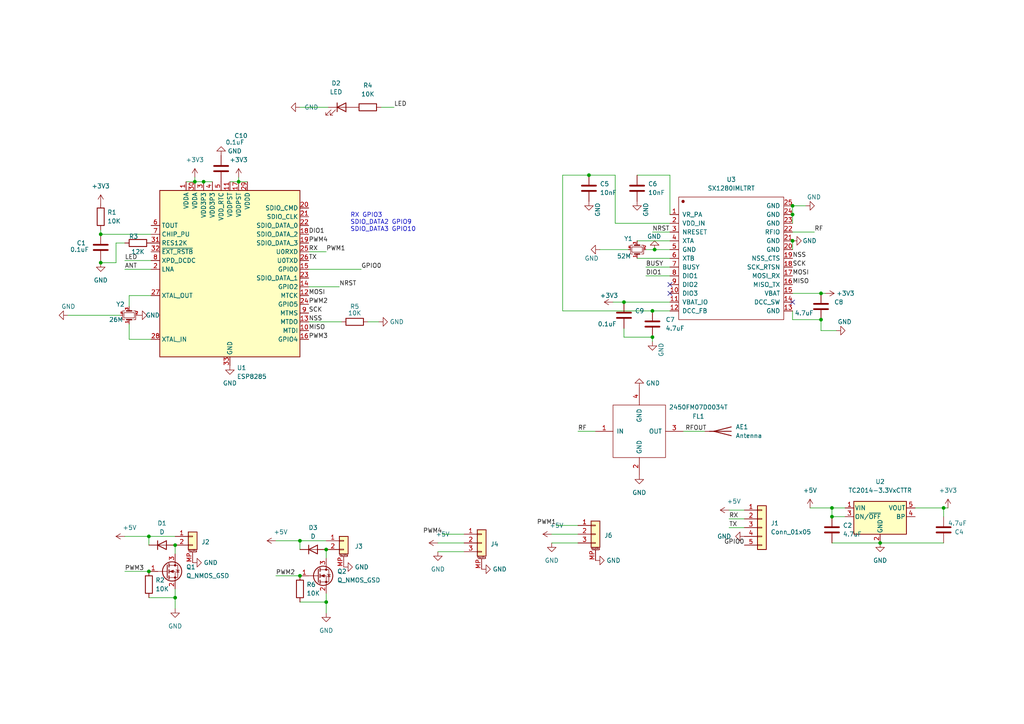
<source format=kicad_sch>
(kicad_sch (version 20211123) (generator eeschema)

  (uuid e63e39d7-6ac0-4ffd-8aa3-1841a4541b55)

  (paper "A4")

  (lib_symbols
    (symbol "Connector_Generic:Conn_01x05" (pin_names (offset 1.016) hide) (in_bom yes) (on_board yes)
      (property "Reference" "J" (id 0) (at 0 7.62 0)
        (effects (font (size 1.27 1.27)))
      )
      (property "Value" "Conn_01x05" (id 1) (at 0 -7.62 0)
        (effects (font (size 1.27 1.27)))
      )
      (property "Footprint" "" (id 2) (at 0 0 0)
        (effects (font (size 1.27 1.27)) hide)
      )
      (property "Datasheet" "~" (id 3) (at 0 0 0)
        (effects (font (size 1.27 1.27)) hide)
      )
      (property "ki_keywords" "connector" (id 4) (at 0 0 0)
        (effects (font (size 1.27 1.27)) hide)
      )
      (property "ki_description" "Generic connector, single row, 01x05, script generated (kicad-library-utils/schlib/autogen/connector/)" (id 5) (at 0 0 0)
        (effects (font (size 1.27 1.27)) hide)
      )
      (property "ki_fp_filters" "Connector*:*_1x??_*" (id 6) (at 0 0 0)
        (effects (font (size 1.27 1.27)) hide)
      )
      (symbol "Conn_01x05_1_1"
        (rectangle (start -1.27 -4.953) (end 0 -5.207)
          (stroke (width 0.1524) (type default) (color 0 0 0 0))
          (fill (type none))
        )
        (rectangle (start -1.27 -2.413) (end 0 -2.667)
          (stroke (width 0.1524) (type default) (color 0 0 0 0))
          (fill (type none))
        )
        (rectangle (start -1.27 0.127) (end 0 -0.127)
          (stroke (width 0.1524) (type default) (color 0 0 0 0))
          (fill (type none))
        )
        (rectangle (start -1.27 2.667) (end 0 2.413)
          (stroke (width 0.1524) (type default) (color 0 0 0 0))
          (fill (type none))
        )
        (rectangle (start -1.27 5.207) (end 0 4.953)
          (stroke (width 0.1524) (type default) (color 0 0 0 0))
          (fill (type none))
        )
        (rectangle (start -1.27 6.35) (end 1.27 -6.35)
          (stroke (width 0.254) (type default) (color 0 0 0 0))
          (fill (type background))
        )
        (pin passive line (at -5.08 5.08 0) (length 3.81)
          (name "Pin_1" (effects (font (size 1.27 1.27))))
          (number "1" (effects (font (size 1.27 1.27))))
        )
        (pin passive line (at -5.08 2.54 0) (length 3.81)
          (name "Pin_2" (effects (font (size 1.27 1.27))))
          (number "2" (effects (font (size 1.27 1.27))))
        )
        (pin passive line (at -5.08 0 0) (length 3.81)
          (name "Pin_3" (effects (font (size 1.27 1.27))))
          (number "3" (effects (font (size 1.27 1.27))))
        )
        (pin passive line (at -5.08 -2.54 0) (length 3.81)
          (name "Pin_4" (effects (font (size 1.27 1.27))))
          (number "4" (effects (font (size 1.27 1.27))))
        )
        (pin passive line (at -5.08 -5.08 0) (length 3.81)
          (name "Pin_5" (effects (font (size 1.27 1.27))))
          (number "5" (effects (font (size 1.27 1.27))))
        )
      )
    )
    (symbol "Connector_Generic_MountingPin:Conn_01x02_MountingPin" (pin_names (offset 1.016) hide) (in_bom yes) (on_board yes)
      (property "Reference" "J" (id 0) (at 0 2.54 0)
        (effects (font (size 1.27 1.27)))
      )
      (property "Value" "Conn_01x02_MountingPin" (id 1) (at 1.27 -5.08 0)
        (effects (font (size 1.27 1.27)) (justify left))
      )
      (property "Footprint" "" (id 2) (at 0 0 0)
        (effects (font (size 1.27 1.27)) hide)
      )
      (property "Datasheet" "~" (id 3) (at 0 0 0)
        (effects (font (size 1.27 1.27)) hide)
      )
      (property "ki_keywords" "connector" (id 4) (at 0 0 0)
        (effects (font (size 1.27 1.27)) hide)
      )
      (property "ki_description" "Generic connectable mounting pin connector, single row, 01x02, script generated (kicad-library-utils/schlib/autogen/connector/)" (id 5) (at 0 0 0)
        (effects (font (size 1.27 1.27)) hide)
      )
      (property "ki_fp_filters" "Connector*:*_1x??-1MP*" (id 6) (at 0 0 0)
        (effects (font (size 1.27 1.27)) hide)
      )
      (symbol "Conn_01x02_MountingPin_1_1"
        (rectangle (start -1.27 -2.413) (end 0 -2.667)
          (stroke (width 0.1524) (type default) (color 0 0 0 0))
          (fill (type none))
        )
        (rectangle (start -1.27 0.127) (end 0 -0.127)
          (stroke (width 0.1524) (type default) (color 0 0 0 0))
          (fill (type none))
        )
        (rectangle (start -1.27 1.27) (end 1.27 -3.81)
          (stroke (width 0.254) (type default) (color 0 0 0 0))
          (fill (type background))
        )
        (polyline
          (pts
            (xy -1.016 -4.572)
            (xy 1.016 -4.572)
          )
          (stroke (width 0.1524) (type default) (color 0 0 0 0))
          (fill (type none))
        )
        (text "Mounting" (at 0 -4.191 0)
          (effects (font (size 0.381 0.381)))
        )
        (pin passive line (at -5.08 0 0) (length 3.81)
          (name "Pin_1" (effects (font (size 1.27 1.27))))
          (number "1" (effects (font (size 1.27 1.27))))
        )
        (pin passive line (at -5.08 -2.54 0) (length 3.81)
          (name "Pin_2" (effects (font (size 1.27 1.27))))
          (number "2" (effects (font (size 1.27 1.27))))
        )
        (pin passive line (at 0 -7.62 90) (length 3.048)
          (name "MountPin" (effects (font (size 1.27 1.27))))
          (number "MP" (effects (font (size 1.27 1.27))))
        )
      )
    )
    (symbol "Connector_Generic_MountingPin:Conn_01x03_MountingPin" (pin_names (offset 1.016) hide) (in_bom yes) (on_board yes)
      (property "Reference" "J" (id 0) (at 0 5.08 0)
        (effects (font (size 1.27 1.27)))
      )
      (property "Value" "Conn_01x03_MountingPin" (id 1) (at 1.27 -5.08 0)
        (effects (font (size 1.27 1.27)) (justify left))
      )
      (property "Footprint" "" (id 2) (at 0 0 0)
        (effects (font (size 1.27 1.27)) hide)
      )
      (property "Datasheet" "~" (id 3) (at 0 0 0)
        (effects (font (size 1.27 1.27)) hide)
      )
      (property "ki_keywords" "connector" (id 4) (at 0 0 0)
        (effects (font (size 1.27 1.27)) hide)
      )
      (property "ki_description" "Generic connectable mounting pin connector, single row, 01x03, script generated (kicad-library-utils/schlib/autogen/connector/)" (id 5) (at 0 0 0)
        (effects (font (size 1.27 1.27)) hide)
      )
      (property "ki_fp_filters" "Connector*:*_1x??-1MP*" (id 6) (at 0 0 0)
        (effects (font (size 1.27 1.27)) hide)
      )
      (symbol "Conn_01x03_MountingPin_1_1"
        (rectangle (start -1.27 -2.413) (end 0 -2.667)
          (stroke (width 0.1524) (type default) (color 0 0 0 0))
          (fill (type none))
        )
        (rectangle (start -1.27 0.127) (end 0 -0.127)
          (stroke (width 0.1524) (type default) (color 0 0 0 0))
          (fill (type none))
        )
        (rectangle (start -1.27 2.667) (end 0 2.413)
          (stroke (width 0.1524) (type default) (color 0 0 0 0))
          (fill (type none))
        )
        (rectangle (start -1.27 3.81) (end 1.27 -3.81)
          (stroke (width 0.254) (type default) (color 0 0 0 0))
          (fill (type background))
        )
        (polyline
          (pts
            (xy -1.016 -4.572)
            (xy 1.016 -4.572)
          )
          (stroke (width 0.1524) (type default) (color 0 0 0 0))
          (fill (type none))
        )
        (text "Mounting" (at 0 -4.191 0)
          (effects (font (size 0.381 0.381)))
        )
        (pin passive line (at -5.08 2.54 0) (length 3.81)
          (name "Pin_1" (effects (font (size 1.27 1.27))))
          (number "1" (effects (font (size 1.27 1.27))))
        )
        (pin passive line (at -5.08 0 0) (length 3.81)
          (name "Pin_2" (effects (font (size 1.27 1.27))))
          (number "2" (effects (font (size 1.27 1.27))))
        )
        (pin passive line (at -5.08 -2.54 0) (length 3.81)
          (name "Pin_3" (effects (font (size 1.27 1.27))))
          (number "3" (effects (font (size 1.27 1.27))))
        )
        (pin passive line (at 0 -7.62 90) (length 3.048)
          (name "MountPin" (effects (font (size 1.27 1.27))))
          (number "MP" (effects (font (size 1.27 1.27))))
        )
      )
    )
    (symbol "Device:Antenna" (pin_numbers hide) (pin_names (offset 1.016) hide) (in_bom yes) (on_board yes)
      (property "Reference" "AE" (id 0) (at -1.905 1.905 0)
        (effects (font (size 1.27 1.27)) (justify right))
      )
      (property "Value" "Antenna" (id 1) (at -1.905 0 0)
        (effects (font (size 1.27 1.27)) (justify right))
      )
      (property "Footprint" "" (id 2) (at 0 0 0)
        (effects (font (size 1.27 1.27)) hide)
      )
      (property "Datasheet" "~" (id 3) (at 0 0 0)
        (effects (font (size 1.27 1.27)) hide)
      )
      (property "ki_keywords" "antenna" (id 4) (at 0 0 0)
        (effects (font (size 1.27 1.27)) hide)
      )
      (property "ki_description" "Antenna" (id 5) (at 0 0 0)
        (effects (font (size 1.27 1.27)) hide)
      )
      (symbol "Antenna_0_1"
        (polyline
          (pts
            (xy 0 2.54)
            (xy 0 -3.81)
          )
          (stroke (width 0.254) (type default) (color 0 0 0 0))
          (fill (type none))
        )
        (polyline
          (pts
            (xy 1.27 2.54)
            (xy 0 -2.54)
            (xy -1.27 2.54)
          )
          (stroke (width 0.254) (type default) (color 0 0 0 0))
          (fill (type none))
        )
      )
      (symbol "Antenna_1_1"
        (pin input line (at 0 -5.08 90) (length 2.54)
          (name "A" (effects (font (size 1.27 1.27))))
          (number "1" (effects (font (size 1.27 1.27))))
        )
      )
    )
    (symbol "Device:C" (pin_numbers hide) (pin_names (offset 0.254)) (in_bom yes) (on_board yes)
      (property "Reference" "C" (id 0) (at 0.635 2.54 0)
        (effects (font (size 1.27 1.27)) (justify left))
      )
      (property "Value" "C" (id 1) (at 0.635 -2.54 0)
        (effects (font (size 1.27 1.27)) (justify left))
      )
      (property "Footprint" "" (id 2) (at 0.9652 -3.81 0)
        (effects (font (size 1.27 1.27)) hide)
      )
      (property "Datasheet" "~" (id 3) (at 0 0 0)
        (effects (font (size 1.27 1.27)) hide)
      )
      (property "ki_keywords" "cap capacitor" (id 4) (at 0 0 0)
        (effects (font (size 1.27 1.27)) hide)
      )
      (property "ki_description" "Unpolarized capacitor" (id 5) (at 0 0 0)
        (effects (font (size 1.27 1.27)) hide)
      )
      (property "ki_fp_filters" "C_*" (id 6) (at 0 0 0)
        (effects (font (size 1.27 1.27)) hide)
      )
      (symbol "C_0_1"
        (polyline
          (pts
            (xy -2.032 -0.762)
            (xy 2.032 -0.762)
          )
          (stroke (width 0.508) (type default) (color 0 0 0 0))
          (fill (type none))
        )
        (polyline
          (pts
            (xy -2.032 0.762)
            (xy 2.032 0.762)
          )
          (stroke (width 0.508) (type default) (color 0 0 0 0))
          (fill (type none))
        )
      )
      (symbol "C_1_1"
        (pin passive line (at 0 3.81 270) (length 2.794)
          (name "~" (effects (font (size 1.27 1.27))))
          (number "1" (effects (font (size 1.27 1.27))))
        )
        (pin passive line (at 0 -3.81 90) (length 2.794)
          (name "~" (effects (font (size 1.27 1.27))))
          (number "2" (effects (font (size 1.27 1.27))))
        )
      )
    )
    (symbol "Device:Crystal_GND24_Small" (pin_names (offset 1.016) hide) (in_bom yes) (on_board yes)
      (property "Reference" "Y" (id 0) (at 1.27 4.445 0)
        (effects (font (size 1.27 1.27)) (justify left))
      )
      (property "Value" "Crystal_GND24_Small" (id 1) (at 1.27 2.54 0)
        (effects (font (size 1.27 1.27)) (justify left))
      )
      (property "Footprint" "" (id 2) (at 0 0 0)
        (effects (font (size 1.27 1.27)) hide)
      )
      (property "Datasheet" "~" (id 3) (at 0 0 0)
        (effects (font (size 1.27 1.27)) hide)
      )
      (property "ki_keywords" "quartz ceramic resonator oscillator" (id 4) (at 0 0 0)
        (effects (font (size 1.27 1.27)) hide)
      )
      (property "ki_description" "Four pin crystal, GND on pins 2 and 4, small symbol" (id 5) (at 0 0 0)
        (effects (font (size 1.27 1.27)) hide)
      )
      (property "ki_fp_filters" "Crystal*" (id 6) (at 0 0 0)
        (effects (font (size 1.27 1.27)) hide)
      )
      (symbol "Crystal_GND24_Small_0_1"
        (rectangle (start -0.762 -1.524) (end 0.762 1.524)
          (stroke (width 0) (type default) (color 0 0 0 0))
          (fill (type none))
        )
        (polyline
          (pts
            (xy -1.27 -0.762)
            (xy -1.27 0.762)
          )
          (stroke (width 0.381) (type default) (color 0 0 0 0))
          (fill (type none))
        )
        (polyline
          (pts
            (xy 1.27 -0.762)
            (xy 1.27 0.762)
          )
          (stroke (width 0.381) (type default) (color 0 0 0 0))
          (fill (type none))
        )
        (polyline
          (pts
            (xy -1.27 -1.27)
            (xy -1.27 -1.905)
            (xy 1.27 -1.905)
            (xy 1.27 -1.27)
          )
          (stroke (width 0) (type default) (color 0 0 0 0))
          (fill (type none))
        )
        (polyline
          (pts
            (xy -1.27 1.27)
            (xy -1.27 1.905)
            (xy 1.27 1.905)
            (xy 1.27 1.27)
          )
          (stroke (width 0) (type default) (color 0 0 0 0))
          (fill (type none))
        )
      )
      (symbol "Crystal_GND24_Small_1_1"
        (pin passive line (at -2.54 0 0) (length 1.27)
          (name "1" (effects (font (size 1.27 1.27))))
          (number "1" (effects (font (size 0.762 0.762))))
        )
        (pin passive line (at 0 -2.54 90) (length 0.635)
          (name "2" (effects (font (size 1.27 1.27))))
          (number "2" (effects (font (size 0.762 0.762))))
        )
        (pin passive line (at 2.54 0 180) (length 1.27)
          (name "3" (effects (font (size 1.27 1.27))))
          (number "3" (effects (font (size 0.762 0.762))))
        )
        (pin passive line (at 0 2.54 270) (length 0.635)
          (name "4" (effects (font (size 1.27 1.27))))
          (number "4" (effects (font (size 0.762 0.762))))
        )
      )
    )
    (symbol "Device:D" (pin_numbers hide) (pin_names (offset 1.016) hide) (in_bom yes) (on_board yes)
      (property "Reference" "D" (id 0) (at 0 2.54 0)
        (effects (font (size 1.27 1.27)))
      )
      (property "Value" "D" (id 1) (at 0 -2.54 0)
        (effects (font (size 1.27 1.27)))
      )
      (property "Footprint" "" (id 2) (at 0 0 0)
        (effects (font (size 1.27 1.27)) hide)
      )
      (property "Datasheet" "~" (id 3) (at 0 0 0)
        (effects (font (size 1.27 1.27)) hide)
      )
      (property "ki_keywords" "diode" (id 4) (at 0 0 0)
        (effects (font (size 1.27 1.27)) hide)
      )
      (property "ki_description" "Diode" (id 5) (at 0 0 0)
        (effects (font (size 1.27 1.27)) hide)
      )
      (property "ki_fp_filters" "TO-???* *_Diode_* *SingleDiode* D_*" (id 6) (at 0 0 0)
        (effects (font (size 1.27 1.27)) hide)
      )
      (symbol "D_0_1"
        (polyline
          (pts
            (xy -1.27 1.27)
            (xy -1.27 -1.27)
          )
          (stroke (width 0.254) (type default) (color 0 0 0 0))
          (fill (type none))
        )
        (polyline
          (pts
            (xy 1.27 0)
            (xy -1.27 0)
          )
          (stroke (width 0) (type default) (color 0 0 0 0))
          (fill (type none))
        )
        (polyline
          (pts
            (xy 1.27 1.27)
            (xy 1.27 -1.27)
            (xy -1.27 0)
            (xy 1.27 1.27)
          )
          (stroke (width 0.254) (type default) (color 0 0 0 0))
          (fill (type none))
        )
      )
      (symbol "D_1_1"
        (pin passive line (at -3.81 0 0) (length 2.54)
          (name "K" (effects (font (size 1.27 1.27))))
          (number "1" (effects (font (size 1.27 1.27))))
        )
        (pin passive line (at 3.81 0 180) (length 2.54)
          (name "A" (effects (font (size 1.27 1.27))))
          (number "2" (effects (font (size 1.27 1.27))))
        )
      )
    )
    (symbol "Device:LED" (pin_numbers hide) (pin_names (offset 1.016) hide) (in_bom yes) (on_board yes)
      (property "Reference" "D" (id 0) (at 0 2.54 0)
        (effects (font (size 1.27 1.27)))
      )
      (property "Value" "LED" (id 1) (at 0 -2.54 0)
        (effects (font (size 1.27 1.27)))
      )
      (property "Footprint" "" (id 2) (at 0 0 0)
        (effects (font (size 1.27 1.27)) hide)
      )
      (property "Datasheet" "~" (id 3) (at 0 0 0)
        (effects (font (size 1.27 1.27)) hide)
      )
      (property "ki_keywords" "LED diode" (id 4) (at 0 0 0)
        (effects (font (size 1.27 1.27)) hide)
      )
      (property "ki_description" "Light emitting diode" (id 5) (at 0 0 0)
        (effects (font (size 1.27 1.27)) hide)
      )
      (property "ki_fp_filters" "LED* LED_SMD:* LED_THT:*" (id 6) (at 0 0 0)
        (effects (font (size 1.27 1.27)) hide)
      )
      (symbol "LED_0_1"
        (polyline
          (pts
            (xy -1.27 -1.27)
            (xy -1.27 1.27)
          )
          (stroke (width 0.254) (type default) (color 0 0 0 0))
          (fill (type none))
        )
        (polyline
          (pts
            (xy -1.27 0)
            (xy 1.27 0)
          )
          (stroke (width 0) (type default) (color 0 0 0 0))
          (fill (type none))
        )
        (polyline
          (pts
            (xy 1.27 -1.27)
            (xy 1.27 1.27)
            (xy -1.27 0)
            (xy 1.27 -1.27)
          )
          (stroke (width 0.254) (type default) (color 0 0 0 0))
          (fill (type none))
        )
        (polyline
          (pts
            (xy -3.048 -0.762)
            (xy -4.572 -2.286)
            (xy -3.81 -2.286)
            (xy -4.572 -2.286)
            (xy -4.572 -1.524)
          )
          (stroke (width 0) (type default) (color 0 0 0 0))
          (fill (type none))
        )
        (polyline
          (pts
            (xy -1.778 -0.762)
            (xy -3.302 -2.286)
            (xy -2.54 -2.286)
            (xy -3.302 -2.286)
            (xy -3.302 -1.524)
          )
          (stroke (width 0) (type default) (color 0 0 0 0))
          (fill (type none))
        )
      )
      (symbol "LED_1_1"
        (pin passive line (at -3.81 0 0) (length 2.54)
          (name "K" (effects (font (size 1.27 1.27))))
          (number "1" (effects (font (size 1.27 1.27))))
        )
        (pin passive line (at 3.81 0 180) (length 2.54)
          (name "A" (effects (font (size 1.27 1.27))))
          (number "2" (effects (font (size 1.27 1.27))))
        )
      )
    )
    (symbol "Device:Q_NMOS_GSD" (pin_names (offset 0) hide) (in_bom yes) (on_board yes)
      (property "Reference" "Q" (id 0) (at 5.08 1.27 0)
        (effects (font (size 1.27 1.27)) (justify left))
      )
      (property "Value" "Q_NMOS_GSD" (id 1) (at 5.08 -1.27 0)
        (effects (font (size 1.27 1.27)) (justify left))
      )
      (property "Footprint" "" (id 2) (at 5.08 2.54 0)
        (effects (font (size 1.27 1.27)) hide)
      )
      (property "Datasheet" "~" (id 3) (at 0 0 0)
        (effects (font (size 1.27 1.27)) hide)
      )
      (property "ki_keywords" "transistor NMOS N-MOS N-MOSFET" (id 4) (at 0 0 0)
        (effects (font (size 1.27 1.27)) hide)
      )
      (property "ki_description" "N-MOSFET transistor, gate/source/drain" (id 5) (at 0 0 0)
        (effects (font (size 1.27 1.27)) hide)
      )
      (symbol "Q_NMOS_GSD_0_1"
        (polyline
          (pts
            (xy 0.254 0)
            (xy -2.54 0)
          )
          (stroke (width 0) (type default) (color 0 0 0 0))
          (fill (type none))
        )
        (polyline
          (pts
            (xy 0.254 1.905)
            (xy 0.254 -1.905)
          )
          (stroke (width 0.254) (type default) (color 0 0 0 0))
          (fill (type none))
        )
        (polyline
          (pts
            (xy 0.762 -1.27)
            (xy 0.762 -2.286)
          )
          (stroke (width 0.254) (type default) (color 0 0 0 0))
          (fill (type none))
        )
        (polyline
          (pts
            (xy 0.762 0.508)
            (xy 0.762 -0.508)
          )
          (stroke (width 0.254) (type default) (color 0 0 0 0))
          (fill (type none))
        )
        (polyline
          (pts
            (xy 0.762 2.286)
            (xy 0.762 1.27)
          )
          (stroke (width 0.254) (type default) (color 0 0 0 0))
          (fill (type none))
        )
        (polyline
          (pts
            (xy 2.54 2.54)
            (xy 2.54 1.778)
          )
          (stroke (width 0) (type default) (color 0 0 0 0))
          (fill (type none))
        )
        (polyline
          (pts
            (xy 2.54 -2.54)
            (xy 2.54 0)
            (xy 0.762 0)
          )
          (stroke (width 0) (type default) (color 0 0 0 0))
          (fill (type none))
        )
        (polyline
          (pts
            (xy 0.762 -1.778)
            (xy 3.302 -1.778)
            (xy 3.302 1.778)
            (xy 0.762 1.778)
          )
          (stroke (width 0) (type default) (color 0 0 0 0))
          (fill (type none))
        )
        (polyline
          (pts
            (xy 1.016 0)
            (xy 2.032 0.381)
            (xy 2.032 -0.381)
            (xy 1.016 0)
          )
          (stroke (width 0) (type default) (color 0 0 0 0))
          (fill (type outline))
        )
        (polyline
          (pts
            (xy 2.794 0.508)
            (xy 2.921 0.381)
            (xy 3.683 0.381)
            (xy 3.81 0.254)
          )
          (stroke (width 0) (type default) (color 0 0 0 0))
          (fill (type none))
        )
        (polyline
          (pts
            (xy 3.302 0.381)
            (xy 2.921 -0.254)
            (xy 3.683 -0.254)
            (xy 3.302 0.381)
          )
          (stroke (width 0) (type default) (color 0 0 0 0))
          (fill (type none))
        )
        (circle (center 1.651 0) (radius 2.794)
          (stroke (width 0.254) (type default) (color 0 0 0 0))
          (fill (type none))
        )
        (circle (center 2.54 -1.778) (radius 0.254)
          (stroke (width 0) (type default) (color 0 0 0 0))
          (fill (type outline))
        )
        (circle (center 2.54 1.778) (radius 0.254)
          (stroke (width 0) (type default) (color 0 0 0 0))
          (fill (type outline))
        )
      )
      (symbol "Q_NMOS_GSD_1_1"
        (pin input line (at -5.08 0 0) (length 2.54)
          (name "G" (effects (font (size 1.27 1.27))))
          (number "1" (effects (font (size 1.27 1.27))))
        )
        (pin passive line (at 2.54 -5.08 90) (length 2.54)
          (name "S" (effects (font (size 1.27 1.27))))
          (number "2" (effects (font (size 1.27 1.27))))
        )
        (pin passive line (at 2.54 5.08 270) (length 2.54)
          (name "D" (effects (font (size 1.27 1.27))))
          (number "3" (effects (font (size 1.27 1.27))))
        )
      )
    )
    (symbol "Device:R" (pin_numbers hide) (pin_names (offset 0)) (in_bom yes) (on_board yes)
      (property "Reference" "R" (id 0) (at 2.032 0 90)
        (effects (font (size 1.27 1.27)))
      )
      (property "Value" "R" (id 1) (at 0 0 90)
        (effects (font (size 1.27 1.27)))
      )
      (property "Footprint" "" (id 2) (at -1.778 0 90)
        (effects (font (size 1.27 1.27)) hide)
      )
      (property "Datasheet" "~" (id 3) (at 0 0 0)
        (effects (font (size 1.27 1.27)) hide)
      )
      (property "ki_keywords" "R res resistor" (id 4) (at 0 0 0)
        (effects (font (size 1.27 1.27)) hide)
      )
      (property "ki_description" "Resistor" (id 5) (at 0 0 0)
        (effects (font (size 1.27 1.27)) hide)
      )
      (property "ki_fp_filters" "R_*" (id 6) (at 0 0 0)
        (effects (font (size 1.27 1.27)) hide)
      )
      (symbol "R_0_1"
        (rectangle (start -1.016 -2.54) (end 1.016 2.54)
          (stroke (width 0.254) (type default) (color 0 0 0 0))
          (fill (type none))
        )
      )
      (symbol "R_1_1"
        (pin passive line (at 0 3.81 270) (length 1.27)
          (name "~" (effects (font (size 1.27 1.27))))
          (number "1" (effects (font (size 1.27 1.27))))
        )
        (pin passive line (at 0 -3.81 90) (length 1.27)
          (name "~" (effects (font (size 1.27 1.27))))
          (number "2" (effects (font (size 1.27 1.27))))
        )
      )
    )
    (symbol "MCU_Espressif:ESP8266EX" (in_bom yes) (on_board yes)
      (property "Reference" "U" (id 0) (at 0 2.54 0)
        (effects (font (size 1.27 1.27)))
      )
      (property "Value" "ESP8266EX" (id 1) (at 0 -2.54 0)
        (effects (font (size 1.27 1.27)))
      )
      (property "Footprint" "Package_DFN_QFN:QFN-32-1EP_5x5mm_P0.5mm_EP3.45x3.45mm" (id 2) (at 0 -33.02 0)
        (effects (font (size 1.27 1.27)) hide)
      )
      (property "Datasheet" "http://espressif.com/sites/default/files/documentation/0a-esp8266ex_datasheet_en.pdf" (id 3) (at 2.54 -33.02 0)
        (effects (font (size 1.27 1.27)) hide)
      )
      (property "ki_keywords" "wifi soc" (id 4) (at 0 0 0)
        (effects (font (size 1.27 1.27)) hide)
      )
      (property "ki_description" "Highly integrated Wi-Fi SoC, QFN-32" (id 5) (at 0 0 0)
        (effects (font (size 1.27 1.27)) hide)
      )
      (property "ki_fp_filters" "QFN*1EP*5x5mm*P0.5mm*" (id 6) (at 0 0 0)
        (effects (font (size 1.27 1.27)) hide)
      )
      (symbol "ESP8266EX_0_1"
        (rectangle (start -20.32 22.86) (end 20.32 -25.4)
          (stroke (width 0.254) (type default) (color 0 0 0 0))
          (fill (type background))
        )
      )
      (symbol "ESP8266EX_1_1"
        (pin power_in line (at -12.7 25.4 270) (length 2.54)
          (name "VDDA" (effects (font (size 1.27 1.27))))
          (number "1" (effects (font (size 1.27 1.27))))
        )
        (pin bidirectional line (at 22.86 -17.78 180) (length 2.54)
          (name "MTDI" (effects (font (size 1.27 1.27))))
          (number "10" (effects (font (size 1.27 1.27))))
        )
        (pin power_in line (at 0 25.4 270) (length 2.54)
          (name "VDDPST" (effects (font (size 1.27 1.27))))
          (number "11" (effects (font (size 1.27 1.27))))
        )
        (pin bidirectional line (at 22.86 -7.62 180) (length 2.54)
          (name "MTCK" (effects (font (size 1.27 1.27))))
          (number "12" (effects (font (size 1.27 1.27))))
        )
        (pin bidirectional line (at 22.86 -15.24 180) (length 2.54)
          (name "MTDO" (effects (font (size 1.27 1.27))))
          (number "13" (effects (font (size 1.27 1.27))))
        )
        (pin bidirectional line (at 22.86 -5.08 180) (length 2.54)
          (name "GPIO2" (effects (font (size 1.27 1.27))))
          (number "14" (effects (font (size 1.27 1.27))))
        )
        (pin bidirectional line (at 22.86 0 180) (length 2.54)
          (name "GPIO0" (effects (font (size 1.27 1.27))))
          (number "15" (effects (font (size 1.27 1.27))))
        )
        (pin bidirectional line (at 22.86 -20.32 180) (length 2.54)
          (name "GPIO4" (effects (font (size 1.27 1.27))))
          (number "16" (effects (font (size 1.27 1.27))))
        )
        (pin power_in line (at 2.54 25.4 270) (length 2.54)
          (name "VDDPST" (effects (font (size 1.27 1.27))))
          (number "17" (effects (font (size 1.27 1.27))))
        )
        (pin bidirectional line (at 22.86 10.16 180) (length 2.54)
          (name "SDIO_DATA_2" (effects (font (size 1.27 1.27))))
          (number "18" (effects (font (size 1.27 1.27))))
        )
        (pin bidirectional line (at 22.86 7.62 180) (length 2.54)
          (name "SDIO_DATA_3" (effects (font (size 1.27 1.27))))
          (number "19" (effects (font (size 1.27 1.27))))
        )
        (pin bidirectional line (at -22.86 0 0) (length 2.54)
          (name "LNA" (effects (font (size 1.27 1.27))))
          (number "2" (effects (font (size 1.27 1.27))))
        )
        (pin bidirectional line (at 22.86 17.78 180) (length 2.54)
          (name "SDIO_CMD" (effects (font (size 1.27 1.27))))
          (number "20" (effects (font (size 1.27 1.27))))
        )
        (pin bidirectional line (at 22.86 15.24 180) (length 2.54)
          (name "SDIO_CLK" (effects (font (size 1.27 1.27))))
          (number "21" (effects (font (size 1.27 1.27))))
        )
        (pin bidirectional line (at 22.86 12.7 180) (length 2.54)
          (name "SDIO_DATA_0" (effects (font (size 1.27 1.27))))
          (number "22" (effects (font (size 1.27 1.27))))
        )
        (pin bidirectional line (at 22.86 -2.54 180) (length 2.54)
          (name "SDIO_DATA_1" (effects (font (size 1.27 1.27))))
          (number "23" (effects (font (size 1.27 1.27))))
        )
        (pin bidirectional line (at 22.86 -10.16 180) (length 2.54)
          (name "GPIO5" (effects (font (size 1.27 1.27))))
          (number "24" (effects (font (size 1.27 1.27))))
        )
        (pin bidirectional line (at 22.86 5.08 180) (length 2.54)
          (name "U0RXD" (effects (font (size 1.27 1.27))))
          (number "25" (effects (font (size 1.27 1.27))))
        )
        (pin bidirectional line (at 22.86 2.54 180) (length 2.54)
          (name "U0TXD" (effects (font (size 1.27 1.27))))
          (number "26" (effects (font (size 1.27 1.27))))
        )
        (pin bidirectional line (at -22.86 -7.62 0) (length 2.54)
          (name "XTAL_OUT" (effects (font (size 1.27 1.27))))
          (number "27" (effects (font (size 1.27 1.27))))
        )
        (pin bidirectional line (at -22.86 -20.32 0) (length 2.54)
          (name "XTAL_IN" (effects (font (size 1.27 1.27))))
          (number "28" (effects (font (size 1.27 1.27))))
        )
        (pin power_in line (at 5.08 25.4 270) (length 2.54)
          (name "VDDD" (effects (font (size 1.27 1.27))))
          (number "29" (effects (font (size 1.27 1.27))))
        )
        (pin power_in line (at -7.62 25.4 270) (length 2.54)
          (name "VDD3P3" (effects (font (size 1.27 1.27))))
          (number "3" (effects (font (size 1.27 1.27))))
        )
        (pin power_in line (at -10.16 25.4 270) (length 2.54)
          (name "VDDA" (effects (font (size 1.27 1.27))))
          (number "30" (effects (font (size 1.27 1.27))))
        )
        (pin input line (at -22.86 7.62 0) (length 2.54)
          (name "RES12K" (effects (font (size 1.27 1.27))))
          (number "31" (effects (font (size 1.27 1.27))))
        )
        (pin input line (at -22.86 5.08 0) (length 2.54)
          (name "~{EXT_RSTB}" (effects (font (size 1.27 1.27))))
          (number "32" (effects (font (size 1.27 1.27))))
        )
        (pin power_in line (at 0 -27.94 90) (length 2.54)
          (name "GND" (effects (font (size 1.27 1.27))))
          (number "33" (effects (font (size 1.27 1.27))))
        )
        (pin power_in line (at -5.08 25.4 270) (length 2.54)
          (name "VDD3P3" (effects (font (size 1.27 1.27))))
          (number "4" (effects (font (size 1.27 1.27))))
        )
        (pin power_in line (at -2.54 25.4 270) (length 2.54)
          (name "VDD_RTC" (effects (font (size 1.27 1.27))))
          (number "5" (effects (font (size 1.27 1.27))))
        )
        (pin input line (at -22.86 12.7 0) (length 2.54)
          (name "TOUT" (effects (font (size 1.27 1.27))))
          (number "6" (effects (font (size 1.27 1.27))))
        )
        (pin input line (at -22.86 10.16 0) (length 2.54)
          (name "CHIP_PU" (effects (font (size 1.27 1.27))))
          (number "7" (effects (font (size 1.27 1.27))))
        )
        (pin bidirectional line (at -22.86 2.54 0) (length 2.54)
          (name "XPD_DCDC" (effects (font (size 1.27 1.27))))
          (number "8" (effects (font (size 1.27 1.27))))
        )
        (pin bidirectional line (at 22.86 -12.7 180) (length 2.54)
          (name "MTMS" (effects (font (size 1.27 1.27))))
          (number "9" (effects (font (size 1.27 1.27))))
        )
      )
    )
    (symbol "Regulator_Linear:TC2014-3.3VxCTTR" (pin_names (offset 0.254)) (in_bom yes) (on_board yes)
      (property "Reference" "U" (id 0) (at -6.35 5.715 0)
        (effects (font (size 1.27 1.27)))
      )
      (property "Value" "TC2014-3.3VxCTTR" (id 1) (at 0 5.715 0)
        (effects (font (size 1.27 1.27)) (justify left))
      )
      (property "Footprint" "Package_TO_SOT_SMD:SOT-23-5" (id 2) (at 0 8.255 0)
        (effects (font (size 1.27 1.27)) hide)
      )
      (property "Datasheet" "http://ww1.microchip.com/downloads/en/DeviceDoc/21662F.pdf" (id 3) (at 0 0 0)
        (effects (font (size 1.27 1.27)) hide)
      )
      (property "ki_keywords" "low dropout 3.3V 50mA" (id 4) (at 0 0 0)
        (effects (font (size 1.27 1.27)) hide)
      )
      (property "ki_description" "3.3V 50mA CMOS LDO with Shutdown and Vref Bypass, SOT-23-5" (id 5) (at 0 0 0)
        (effects (font (size 1.27 1.27)) hide)
      )
      (property "ki_fp_filters" "SOT?23*" (id 6) (at 0 0 0)
        (effects (font (size 1.27 1.27)) hide)
      )
      (symbol "TC2014-3.3VxCTTR_0_1"
        (rectangle (start -7.62 -5.08) (end 7.62 4.445)
          (stroke (width 0.254) (type default) (color 0 0 0 0))
          (fill (type background))
        )
      )
      (symbol "TC2014-3.3VxCTTR_1_1"
        (pin power_in line (at -10.16 2.54 0) (length 2.54)
          (name "VIN" (effects (font (size 1.27 1.27))))
          (number "1" (effects (font (size 1.27 1.27))))
        )
        (pin power_in line (at 0 -7.62 90) (length 2.54)
          (name "GND" (effects (font (size 1.27 1.27))))
          (number "2" (effects (font (size 1.27 1.27))))
        )
        (pin input line (at -10.16 0 0) (length 2.54)
          (name "ON/~{OFF}" (effects (font (size 1.27 1.27))))
          (number "3" (effects (font (size 1.27 1.27))))
        )
        (pin input line (at 10.16 0 180) (length 2.54)
          (name "BP" (effects (font (size 1.27 1.27))))
          (number "4" (effects (font (size 1.27 1.27))))
        )
        (pin power_out line (at 10.16 2.54 180) (length 2.54)
          (name "VOUT" (effects (font (size 1.27 1.27))))
          (number "5" (effects (font (size 1.27 1.27))))
        )
      )
    )
    (symbol "ic:2450FM07D0034T" (pin_names (offset 1.016)) (in_bom yes) (on_board yes)
      (property "Reference" "FL" (id 0) (at 0 15.494 0)
        (effects (font (size 1.27 1.27)))
      )
      (property "Value" "2450FM07D0034T" (id 1) (at 0 20.574 0)
        (effects (font (size 1.27 1.27)))
      )
      (property "Footprint" "ic_footprint:FILTER-SMD_4P-L1.0-W0.5-L" (id 2) (at -13.97 21.59 0)
        (effects (font (size 1.27 1.27)) hide)
      )
      (property "Datasheet" "" (id 3) (at 0 5.334 0)
        (effects (font (size 1.27 1.27)) hide)
      )
      (property "SuppliersPartNumber" "C2651081" (id 4) (at 0 0.254 0)
        (effects (font (size 1.27 1.27)) hide)
      )
      (property "uuid" "std:e2e477ab668d4cbb88af09cfe34b9ff4" (id 5) (at 0 11.43 0)
        (effects (font (size 1.27 1.27)) hide)
      )
      (symbol "2450FM07D0034T_1_1"
        (rectangle (start -7.62 7.62) (end 7.62 -7.62)
          (stroke (width 0.1524) (type default) (color 0 0 0 0))
          (fill (type none))
        )
        (pin input line (at -12.7 0 0) (length 5.08)
          (name "IN" (effects (font (size 1.27 1.27))))
          (number "1" (effects (font (size 1.27 1.27))))
        )
        (pin input line (at 0 -12.7 90) (length 5.08)
          (name "GND" (effects (font (size 1.27 1.27))))
          (number "2" (effects (font (size 1.27 1.27))))
        )
        (pin input line (at 12.7 0 180) (length 5.08)
          (name "OUT" (effects (font (size 1.27 1.27))))
          (number "3" (effects (font (size 1.27 1.27))))
        )
        (pin input line (at 0 12.7 270) (length 5.08)
          (name "GND" (effects (font (size 1.27 1.27))))
          (number "4" (effects (font (size 1.27 1.27))))
        )
      )
    )
    (symbol "ic:SX1280IMLTRT" (pin_names (offset 1.016)) (in_bom yes) (on_board yes)
      (property "Reference" "U" (id 0) (at 0 20.447 0)
        (effects (font (size 1.27 1.27)))
      )
      (property "Value" "SX1280IMLTRT" (id 1) (at 0 24.13 0)
        (effects (font (size 1.27 1.27)))
      )
      (property "Footprint" "Package_DFN_QFN:QFN-24-1EP_4x4mm_P0.5mm_EP2.65x2.65mm" (id 2) (at 1.27 22.86 0)
        (effects (font (size 1.27 1.27)) hide)
      )
      (property "Datasheet" "http://www.szlcsc.com/product/details_137249.html" (id 3) (at 2.54 19.05 0)
        (effects (font (size 1.27 1.27)) hide)
      )
      (property "SuppliersPartNumber" "C125969" (id 4) (at 0 5.207 0)
        (effects (font (size 1.27 1.27)) hide)
      )
      (property "uuid" "std:6c56964dcc7b4bbb8a3ac984926bf97a" (id 5) (at 1.27 27.94 0)
        (effects (font (size 1.27 1.27)) hide)
      )
      (symbol "SX1280IMLTRT_1_1"
        (rectangle (start -15.24 17.78) (end 15.24 -17.78)
          (stroke (width 0.1524) (type default) (color 0 0 0 0))
          (fill (type none))
        )
        (circle (center -13.97 16.51) (radius 0.381)
          (stroke (width 0.1524) (type default) (color 0 0 0 0))
          (fill (type outline))
        )
        (pin input line (at -17.78 12.7 0) (length 2.54)
          (name "VR_PA" (effects (font (size 1.27 1.27))))
          (number "1" (effects (font (size 1.27 1.27))))
        )
        (pin input line (at -17.78 -10.16 0) (length 2.54)
          (name "DIO3" (effects (font (size 1.27 1.27))))
          (number "10" (effects (font (size 1.27 1.27))))
        )
        (pin input line (at -17.78 -12.7 0) (length 2.54)
          (name "VBAT_IO" (effects (font (size 1.27 1.27))))
          (number "11" (effects (font (size 1.27 1.27))))
        )
        (pin input line (at -17.78 -15.24 0) (length 2.54)
          (name "DCC_FB" (effects (font (size 1.27 1.27))))
          (number "12" (effects (font (size 1.27 1.27))))
        )
        (pin input line (at 17.78 -15.24 180) (length 2.54)
          (name "GND" (effects (font (size 1.27 1.27))))
          (number "13" (effects (font (size 1.27 1.27))))
        )
        (pin input line (at 17.78 -12.7 180) (length 2.54)
          (name "DCC_SW" (effects (font (size 1.27 1.27))))
          (number "14" (effects (font (size 1.27 1.27))))
        )
        (pin input line (at 17.78 -10.16 180) (length 2.54)
          (name "VBAT" (effects (font (size 1.27 1.27))))
          (number "15" (effects (font (size 1.27 1.27))))
        )
        (pin input line (at 17.78 -7.62 180) (length 2.54)
          (name "MISO_TX" (effects (font (size 1.27 1.27))))
          (number "16" (effects (font (size 1.27 1.27))))
        )
        (pin input line (at 17.78 -5.08 180) (length 2.54)
          (name "MOSI_RX" (effects (font (size 1.27 1.27))))
          (number "17" (effects (font (size 1.27 1.27))))
        )
        (pin input line (at 17.78 -2.54 180) (length 2.54)
          (name "SCK_RTSN" (effects (font (size 1.27 1.27))))
          (number "18" (effects (font (size 1.27 1.27))))
        )
        (pin input line (at 17.78 0 180) (length 2.54)
          (name "NSS_CTS" (effects (font (size 1.27 1.27))))
          (number "19" (effects (font (size 1.27 1.27))))
        )
        (pin input line (at -17.78 10.16 0) (length 2.54)
          (name "VDD_IN" (effects (font (size 1.27 1.27))))
          (number "2" (effects (font (size 1.27 1.27))))
        )
        (pin input line (at 17.78 2.54 180) (length 2.54)
          (name "GND" (effects (font (size 1.27 1.27))))
          (number "20" (effects (font (size 1.27 1.27))))
        )
        (pin input line (at 17.78 5.08 180) (length 2.54)
          (name "GND" (effects (font (size 1.27 1.27))))
          (number "21" (effects (font (size 1.27 1.27))))
        )
        (pin input line (at 17.78 7.62 180) (length 2.54)
          (name "RFIO" (effects (font (size 1.27 1.27))))
          (number "22" (effects (font (size 1.27 1.27))))
        )
        (pin input line (at 17.78 10.16 180) (length 2.54)
          (name "GND" (effects (font (size 1.27 1.27))))
          (number "23" (effects (font (size 1.27 1.27))))
        )
        (pin input line (at 17.78 12.7 180) (length 2.54)
          (name "GND" (effects (font (size 1.27 1.27))))
          (number "24" (effects (font (size 1.27 1.27))))
        )
        (pin input line (at 17.78 15.24 180) (length 2.54)
          (name "GND" (effects (font (size 1.27 1.27))))
          (number "25" (effects (font (size 1.27 1.27))))
        )
        (pin input line (at -17.78 7.62 0) (length 2.54)
          (name "NRESET" (effects (font (size 1.27 1.27))))
          (number "3" (effects (font (size 1.27 1.27))))
        )
        (pin input line (at -17.78 5.08 0) (length 2.54)
          (name "XTA" (effects (font (size 1.27 1.27))))
          (number "4" (effects (font (size 1.27 1.27))))
        )
        (pin input line (at -17.78 2.54 0) (length 2.54)
          (name "GND" (effects (font (size 1.27 1.27))))
          (number "5" (effects (font (size 1.27 1.27))))
        )
        (pin input line (at -17.78 0 0) (length 2.54)
          (name "XTB" (effects (font (size 1.27 1.27))))
          (number "6" (effects (font (size 1.27 1.27))))
        )
        (pin input line (at -17.78 -2.54 0) (length 2.54)
          (name "BUSY" (effects (font (size 1.27 1.27))))
          (number "7" (effects (font (size 1.27 1.27))))
        )
        (pin input line (at -17.78 -5.08 0) (length 2.54)
          (name "DIO1" (effects (font (size 1.27 1.27))))
          (number "8" (effects (font (size 1.27 1.27))))
        )
        (pin input line (at -17.78 -7.62 0) (length 2.54)
          (name "DIO2" (effects (font (size 1.27 1.27))))
          (number "9" (effects (font (size 1.27 1.27))))
        )
      )
    )
    (symbol "power:+3.3V" (power) (pin_names (offset 0)) (in_bom yes) (on_board yes)
      (property "Reference" "#PWR" (id 0) (at 0 -3.81 0)
        (effects (font (size 1.27 1.27)) hide)
      )
      (property "Value" "+3.3V" (id 1) (at 0 3.556 0)
        (effects (font (size 1.27 1.27)))
      )
      (property "Footprint" "" (id 2) (at 0 0 0)
        (effects (font (size 1.27 1.27)) hide)
      )
      (property "Datasheet" "" (id 3) (at 0 0 0)
        (effects (font (size 1.27 1.27)) hide)
      )
      (property "ki_keywords" "power-flag" (id 4) (at 0 0 0)
        (effects (font (size 1.27 1.27)) hide)
      )
      (property "ki_description" "Power symbol creates a global label with name \"+3.3V\"" (id 5) (at 0 0 0)
        (effects (font (size 1.27 1.27)) hide)
      )
      (symbol "+3.3V_0_1"
        (polyline
          (pts
            (xy -0.762 1.27)
            (xy 0 2.54)
          )
          (stroke (width 0) (type default) (color 0 0 0 0))
          (fill (type none))
        )
        (polyline
          (pts
            (xy 0 0)
            (xy 0 2.54)
          )
          (stroke (width 0) (type default) (color 0 0 0 0))
          (fill (type none))
        )
        (polyline
          (pts
            (xy 0 2.54)
            (xy 0.762 1.27)
          )
          (stroke (width 0) (type default) (color 0 0 0 0))
          (fill (type none))
        )
      )
      (symbol "+3.3V_1_1"
        (pin power_in line (at 0 0 90) (length 0) hide
          (name "+3V3" (effects (font (size 1.27 1.27))))
          (number "1" (effects (font (size 1.27 1.27))))
        )
      )
    )
    (symbol "power:+5V" (power) (pin_names (offset 0)) (in_bom yes) (on_board yes)
      (property "Reference" "#PWR" (id 0) (at 0 -3.81 0)
        (effects (font (size 1.27 1.27)) hide)
      )
      (property "Value" "+5V" (id 1) (at 0 3.556 0)
        (effects (font (size 1.27 1.27)))
      )
      (property "Footprint" "" (id 2) (at 0 0 0)
        (effects (font (size 1.27 1.27)) hide)
      )
      (property "Datasheet" "" (id 3) (at 0 0 0)
        (effects (font (size 1.27 1.27)) hide)
      )
      (property "ki_keywords" "power-flag" (id 4) (at 0 0 0)
        (effects (font (size 1.27 1.27)) hide)
      )
      (property "ki_description" "Power symbol creates a global label with name \"+5V\"" (id 5) (at 0 0 0)
        (effects (font (size 1.27 1.27)) hide)
      )
      (symbol "+5V_0_1"
        (polyline
          (pts
            (xy -0.762 1.27)
            (xy 0 2.54)
          )
          (stroke (width 0) (type default) (color 0 0 0 0))
          (fill (type none))
        )
        (polyline
          (pts
            (xy 0 0)
            (xy 0 2.54)
          )
          (stroke (width 0) (type default) (color 0 0 0 0))
          (fill (type none))
        )
        (polyline
          (pts
            (xy 0 2.54)
            (xy 0.762 1.27)
          )
          (stroke (width 0) (type default) (color 0 0 0 0))
          (fill (type none))
        )
      )
      (symbol "+5V_1_1"
        (pin power_in line (at 0 0 90) (length 0) hide
          (name "+5V" (effects (font (size 1.27 1.27))))
          (number "1" (effects (font (size 1.27 1.27))))
        )
      )
    )
    (symbol "power:GND" (power) (pin_names (offset 0)) (in_bom yes) (on_board yes)
      (property "Reference" "#PWR" (id 0) (at 0 -6.35 0)
        (effects (font (size 1.27 1.27)) hide)
      )
      (property "Value" "GND" (id 1) (at 0 -3.81 0)
        (effects (font (size 1.27 1.27)))
      )
      (property "Footprint" "" (id 2) (at 0 0 0)
        (effects (font (size 1.27 1.27)) hide)
      )
      (property "Datasheet" "" (id 3) (at 0 0 0)
        (effects (font (size 1.27 1.27)) hide)
      )
      (property "ki_keywords" "power-flag" (id 4) (at 0 0 0)
        (effects (font (size 1.27 1.27)) hide)
      )
      (property "ki_description" "Power symbol creates a global label with name \"GND\" , ground" (id 5) (at 0 0 0)
        (effects (font (size 1.27 1.27)) hide)
      )
      (symbol "GND_0_1"
        (polyline
          (pts
            (xy 0 0)
            (xy 0 -1.27)
            (xy 1.27 -1.27)
            (xy 0 -2.54)
            (xy -1.27 -1.27)
            (xy 0 -1.27)
          )
          (stroke (width 0) (type default) (color 0 0 0 0))
          (fill (type none))
        )
      )
      (symbol "GND_1_1"
        (pin power_in line (at 0 0 270) (length 0) hide
          (name "GND" (effects (font (size 1.27 1.27))))
          (number "1" (effects (font (size 1.27 1.27))))
        )
      )
    )
  )

  (junction (at 29.21 67.945) (diameter 0) (color 0 0 0 0)
    (uuid 00564254-7bf9-464c-aa79-0ad190a75194)
  )
  (junction (at 238.125 85.09) (diameter 0) (color 0 0 0 0)
    (uuid 04bbfad9-8db1-4f86-aa63-77e42785ee71)
  )
  (junction (at 50.8 173.355) (diameter 0) (color 0 0 0 0)
    (uuid 0d8fc5db-c75c-4d7d-806b-06cd36a512c2)
  )
  (junction (at 69.215 52.705) (diameter 0) (color 0 0 0 0)
    (uuid 140def30-b7f8-4c15-b41a-1c4ec4f7ee21)
  )
  (junction (at 170.815 50.8) (diameter 0) (color 0 0 0 0)
    (uuid 193dafdd-13f7-47b1-a773-6698566b4bc5)
  )
  (junction (at 59.055 52.705) (diameter 0) (color 0 0 0 0)
    (uuid 289f3222-691c-4792-b29a-953f304e5ce8)
  )
  (junction (at 56.515 52.705) (diameter 0) (color 0 0 0 0)
    (uuid 2a62f7e4-4a12-4b4e-aa31-70e6403fc30c)
  )
  (junction (at 50.8 158.115) (diameter 0) (color 0 0 0 0)
    (uuid 2c3f701c-e1e4-47d8-89cd-35ee4f1d9049)
  )
  (junction (at 238.125 92.71) (diameter 0) (color 0 0 0 0)
    (uuid 4144b48c-c32b-489b-aef3-6ce75b891bb4)
  )
  (junction (at 241.3 147.32) (diameter 0) (color 0 0 0 0)
    (uuid 4a567bc5-20ef-4065-9905-f7455362ca03)
  )
  (junction (at 94.615 174.625) (diameter 0) (color 0 0 0 0)
    (uuid 571be884-4890-488f-8549-a10e87586111)
  )
  (junction (at 189.23 97.79) (diameter 0) (color 0 0 0 0)
    (uuid 68b9a9e9-3e25-49c1-a1db-525b457b8274)
  )
  (junction (at 229.87 62.23) (diameter 0) (color 0 0 0 0)
    (uuid 6ace8859-37d8-4cac-8f4c-2875c6eddfbe)
  )
  (junction (at 229.87 69.85) (diameter 0) (color 0 0 0 0)
    (uuid 6dfbdf83-6c1c-4ba6-a2ba-88f7d36efcb1)
  )
  (junction (at 29.21 76.2) (diameter 0) (color 0 0 0 0)
    (uuid 78df2ad3-fe54-4acd-85a2-760b6f7e9315)
  )
  (junction (at 189.23 90.17) (diameter 0) (color 0 0 0 0)
    (uuid 80826803-6f46-4861-bf58-63b21487b0a0)
  )
  (junction (at 43.18 155.575) (diameter 0) (color 0 0 0 0)
    (uuid 841c4cf6-6033-4064-9889-d9b281c26561)
  )
  (junction (at 273.685 147.32) (diameter 0) (color 0 0 0 0)
    (uuid 87740968-8592-4100-a661-0d4887a0ed91)
  )
  (junction (at 255.27 157.48) (diameter 0) (color 0 0 0 0)
    (uuid 913fd7b0-9a68-4c4e-bd7e-eb9a0f31b37c)
  )
  (junction (at 94.615 159.385) (diameter 0) (color 0 0 0 0)
    (uuid 95c750ac-354a-47e7-955d-89b27f369b56)
  )
  (junction (at 43.18 165.735) (diameter 0) (color 0 0 0 0)
    (uuid a7a23fda-e1d4-45e1-a553-92efc6d6caea)
  )
  (junction (at 241.3 149.86) (diameter 0) (color 0 0 0 0)
    (uuid aef24aee-ab93-44ea-9ba0-4fb33ac32ce2)
  )
  (junction (at 86.995 156.845) (diameter 0) (color 0 0 0 0)
    (uuid b168a3e9-e388-4487-aa7c-b588bba042d2)
  )
  (junction (at 229.87 59.69) (diameter 0) (color 0 0 0 0)
    (uuid b454409a-845f-4680-9bf1-603026d83c45)
  )
  (junction (at 180.975 87.63) (diameter 0) (color 0 0 0 0)
    (uuid bfa301dc-5932-4903-af65-92fdf184a24c)
  )
  (junction (at 86.995 167.005) (diameter 0) (color 0 0 0 0)
    (uuid c561d6f0-3a0a-48da-9ee0-b2b3945dae1b)
  )
  (junction (at 189.865 72.39) (diameter 0) (color 0 0 0 0)
    (uuid eb90b0ac-9bd2-459f-b745-b92ad2a10d5e)
  )

  (no_connect (at 194.31 82.55) (uuid 550e974f-5e6d-4d5d-9fc0-da46fda66c34))
  (no_connect (at 194.31 85.09) (uuid 550e974f-5e6d-4d5d-9fc0-da46fda66c35))
  (no_connect (at 229.87 87.63) (uuid 5fd11c7a-70de-4d89-9bba-d402f4c31b86))

  (wire (pts (xy 43.18 158.115) (xy 43.18 155.575))
    (stroke (width 0) (type default) (color 0 0 0 0))
    (uuid 019d12f1-f6f7-446d-a458-5f264f20d462)
  )
  (wire (pts (xy 161.29 152.4) (xy 167.64 152.4))
    (stroke (width 0) (type default) (color 0 0 0 0))
    (uuid 01f7aa68-07ce-4b26-b90e-bf7f59c34fa5)
  )
  (wire (pts (xy 184.785 69.85) (xy 194.31 69.85))
    (stroke (width 0) (type default) (color 0 0 0 0))
    (uuid 033cb8a0-f785-4a7a-9124-745e0c035c18)
  )
  (wire (pts (xy 187.325 80.01) (xy 194.31 80.01))
    (stroke (width 0) (type default) (color 0 0 0 0))
    (uuid 04771271-3fdc-4746-8aa1-74f1c513ced4)
  )
  (wire (pts (xy 114.3 31.115) (xy 110.49 31.115))
    (stroke (width 0) (type default) (color 0 0 0 0))
    (uuid 05be9b65-576b-4a81-9c41-ca6c5092e622)
  )
  (wire (pts (xy 255.27 157.48) (xy 273.685 157.48))
    (stroke (width 0) (type default) (color 0 0 0 0))
    (uuid 11f11dfe-245c-463c-9056-8e8d95e93099)
  )
  (wire (pts (xy 170.815 50.8) (xy 163.195 50.8))
    (stroke (width 0) (type default) (color 0 0 0 0))
    (uuid 1b077851-74ad-4917-981d-aa7b61649737)
  )
  (wire (pts (xy 36.195 165.735) (xy 43.18 165.735))
    (stroke (width 0) (type default) (color 0 0 0 0))
    (uuid 21fde4b4-9e53-4204-9b39-39b4a9f18ef3)
  )
  (wire (pts (xy 242.57 95.885) (xy 238.125 95.885))
    (stroke (width 0) (type default) (color 0 0 0 0))
    (uuid 22cdc7e8-ef50-460d-8a81-8f69cf3b6a23)
  )
  (wire (pts (xy 69.215 52.705) (xy 71.755 52.705))
    (stroke (width 0) (type default) (color 0 0 0 0))
    (uuid 236d6a3c-a18f-4fc7-8b86-877d5dcc595d)
  )
  (wire (pts (xy 36.195 75.565) (xy 43.815 75.565))
    (stroke (width 0) (type default) (color 0 0 0 0))
    (uuid 24892d97-0d21-4413-bf2b-8c659bfca53c)
  )
  (wire (pts (xy 241.3 157.48) (xy 255.27 157.48))
    (stroke (width 0) (type default) (color 0 0 0 0))
    (uuid 2622bbb4-43f4-481f-9363-d1ff5d285b52)
  )
  (wire (pts (xy 128.27 154.94) (xy 134.62 154.94))
    (stroke (width 0) (type default) (color 0 0 0 0))
    (uuid 26f03d55-f97c-43db-8084-ead3cd2783c3)
  )
  (wire (pts (xy 86.995 156.845) (xy 86.995 159.385))
    (stroke (width 0) (type default) (color 0 0 0 0))
    (uuid 2d57d71b-7324-42d4-a5ee-f8eadbc7e80d)
  )
  (wire (pts (xy 234.95 147.32) (xy 241.3 147.32))
    (stroke (width 0) (type default) (color 0 0 0 0))
    (uuid 2fce8e07-6006-423e-b11d-cdcaa7aa3667)
  )
  (wire (pts (xy 19.685 91.44) (xy 34.925 91.44))
    (stroke (width 0) (type default) (color 0 0 0 0))
    (uuid 301221db-7f77-4c92-9f39-310077158051)
  )
  (wire (pts (xy 56.515 51.435) (xy 56.515 52.705))
    (stroke (width 0) (type default) (color 0 0 0 0))
    (uuid 352147f7-07b8-4e2f-a343-91e57d172aa2)
  )
  (wire (pts (xy 238.125 92.71) (xy 229.87 92.71))
    (stroke (width 0) (type default) (color 0 0 0 0))
    (uuid 39bfd03e-22a9-4587-ae69-e722efc1bd03)
  )
  (wire (pts (xy 94.615 174.625) (xy 94.615 172.085))
    (stroke (width 0) (type default) (color 0 0 0 0))
    (uuid 39c7d510-9392-459f-9e67-3f3c4963c219)
  )
  (wire (pts (xy 43.815 67.945) (xy 29.21 67.945))
    (stroke (width 0) (type default) (color 0 0 0 0))
    (uuid 3a117188-a4e2-4447-a83d-78e587046418)
  )
  (wire (pts (xy 36.195 155.575) (xy 43.18 155.575))
    (stroke (width 0) (type default) (color 0 0 0 0))
    (uuid 3e191d48-1619-4925-a974-aa86fda333a8)
  )
  (wire (pts (xy 86.995 156.845) (xy 94.615 156.845))
    (stroke (width 0) (type default) (color 0 0 0 0))
    (uuid 4019810b-2ffc-4afa-a4aa-5c79e2e94267)
  )
  (wire (pts (xy 173.99 72.39) (xy 182.245 72.39))
    (stroke (width 0) (type default) (color 0 0 0 0))
    (uuid 40fecffa-c929-4646-b8e2-150f58549431)
  )
  (wire (pts (xy 36.195 70.485) (xy 33.655 70.485))
    (stroke (width 0) (type default) (color 0 0 0 0))
    (uuid 42ede252-e423-4cf8-a9c4-6487de8e03c9)
  )
  (wire (pts (xy 189.23 90.17) (xy 194.31 90.17))
    (stroke (width 0) (type default) (color 0 0 0 0))
    (uuid 45466bc8-0ddc-4ace-b70c-83e30724e674)
  )
  (wire (pts (xy 273.685 147.32) (xy 265.43 147.32))
    (stroke (width 0) (type default) (color 0 0 0 0))
    (uuid 45e541f6-2714-47cd-844e-4b6a82eb3d32)
  )
  (wire (pts (xy 273.685 147.32) (xy 273.685 149.86))
    (stroke (width 0) (type default) (color 0 0 0 0))
    (uuid 4bdbab4c-f0a4-4d86-af21-b70ea6ac778c)
  )
  (wire (pts (xy 104.775 78.105) (xy 89.535 78.105))
    (stroke (width 0) (type default) (color 0 0 0 0))
    (uuid 5157e60e-cb54-483b-ae72-9d5b83076432)
  )
  (wire (pts (xy 89.535 73.025) (xy 94.615 73.025))
    (stroke (width 0) (type default) (color 0 0 0 0))
    (uuid 517dca9e-9838-413d-8bf3-4a0217ca854b)
  )
  (wire (pts (xy 86.995 174.625) (xy 94.615 174.625))
    (stroke (width 0) (type default) (color 0 0 0 0))
    (uuid 51ef8cea-d65c-4ef3-8a89-320821fca4b9)
  )
  (wire (pts (xy 94.615 159.385) (xy 94.615 161.925))
    (stroke (width 0) (type default) (color 0 0 0 0))
    (uuid 57e008c9-dfd6-41a4-95e1-46d84ce705e5)
  )
  (wire (pts (xy 184.785 74.93) (xy 194.31 74.93))
    (stroke (width 0) (type default) (color 0 0 0 0))
    (uuid 5993cabe-beaa-4522-af32-bcdd72e041ca)
  )
  (wire (pts (xy 229.87 62.23) (xy 229.87 64.77))
    (stroke (width 0) (type default) (color 0 0 0 0))
    (uuid 609e4d6e-4f3e-4b99-930c-0d95a0117ce1)
  )
  (wire (pts (xy 98.425 83.185) (xy 89.535 83.185))
    (stroke (width 0) (type default) (color 0 0 0 0))
    (uuid 64a21367-6f96-463b-95ac-f8789ff4f7e3)
  )
  (wire (pts (xy 109.855 93.345) (xy 106.68 93.345))
    (stroke (width 0) (type default) (color 0 0 0 0))
    (uuid 6f6a41a6-91ef-4a7a-839d-bdda8e8cf6fa)
  )
  (wire (pts (xy 236.22 67.31) (xy 229.87 67.31))
    (stroke (width 0) (type default) (color 0 0 0 0))
    (uuid 6f9f5b27-060f-4959-80cd-5031a971d7d0)
  )
  (wire (pts (xy 189.23 99.06) (xy 189.23 97.79))
    (stroke (width 0) (type default) (color 0 0 0 0))
    (uuid 70ab0120-1415-4ca9-bfe4-d1e14c5590c3)
  )
  (wire (pts (xy 194.31 62.23) (xy 194.31 50.8))
    (stroke (width 0) (type default) (color 0 0 0 0))
    (uuid 71730c2d-31ba-4954-97d3-72c94d84dbfe)
  )
  (wire (pts (xy 94.615 177.8) (xy 94.615 174.625))
    (stroke (width 0) (type default) (color 0 0 0 0))
    (uuid 7cb28060-1a1a-447c-b412-03cf10e55491)
  )
  (wire (pts (xy 160.02 154.94) (xy 167.64 154.94))
    (stroke (width 0) (type default) (color 0 0 0 0))
    (uuid 7cda5367-ceec-41eb-b068-46009ce0320e)
  )
  (wire (pts (xy 274.955 147.32) (xy 273.685 147.32))
    (stroke (width 0) (type default) (color 0 0 0 0))
    (uuid 7e09dbc0-5676-41a7-8427-5fccee01a5d4)
  )
  (wire (pts (xy 43.815 85.725) (xy 37.465 85.725))
    (stroke (width 0) (type default) (color 0 0 0 0))
    (uuid 7e2721e4-fa65-46a2-b3de-f4fecbb6c85b)
  )
  (wire (pts (xy 211.455 150.495) (xy 215.9 150.495))
    (stroke (width 0) (type default) (color 0 0 0 0))
    (uuid 7ee62212-cc3d-4798-8625-c89cd7392b15)
  )
  (wire (pts (xy 211.455 147.955) (xy 215.9 147.955))
    (stroke (width 0) (type default) (color 0 0 0 0))
    (uuid 827a3fd2-6072-414a-9a05-2b03db117207)
  )
  (wire (pts (xy 50.8 158.115) (xy 50.8 160.655))
    (stroke (width 0) (type default) (color 0 0 0 0))
    (uuid 85dd67bb-273d-4bac-8173-e497ce94a517)
  )
  (wire (pts (xy 43.18 173.355) (xy 50.8 173.355))
    (stroke (width 0) (type default) (color 0 0 0 0))
    (uuid 861ace69-0dbc-4ea2-835b-75922d494d99)
  )
  (wire (pts (xy 180.975 97.79) (xy 189.23 97.79))
    (stroke (width 0) (type default) (color 0 0 0 0))
    (uuid 87e7054e-ccc5-4821-9ff6-a7d5b8f4f8eb)
  )
  (wire (pts (xy 86.995 31.115) (xy 95.25 31.115))
    (stroke (width 0) (type default) (color 0 0 0 0))
    (uuid 8b8312d5-bea8-4c56-8848-2c47cf598462)
  )
  (wire (pts (xy 59.055 52.705) (xy 61.595 52.705))
    (stroke (width 0) (type default) (color 0 0 0 0))
    (uuid 8b915f44-d92b-4376-8a4d-f445b50a784a)
  )
  (wire (pts (xy 29.21 66.675) (xy 29.21 67.945))
    (stroke (width 0) (type default) (color 0 0 0 0))
    (uuid 8c6d8466-ca13-4f88-a8c4-345388bafeaa)
  )
  (wire (pts (xy 238.125 95.885) (xy 238.125 92.71))
    (stroke (width 0) (type default) (color 0 0 0 0))
    (uuid 8df45736-cd20-48a6-981a-e382c688f481)
  )
  (wire (pts (xy 194.31 50.8) (xy 184.785 50.8))
    (stroke (width 0) (type default) (color 0 0 0 0))
    (uuid 9027b38e-eef4-452e-b0e0-2c271235ac6b)
  )
  (wire (pts (xy 229.87 69.85) (xy 229.87 72.39))
    (stroke (width 0) (type default) (color 0 0 0 0))
    (uuid 95b70e13-80c1-482a-a202-a84c649e1c63)
  )
  (wire (pts (xy 56.515 52.705) (xy 59.055 52.705))
    (stroke (width 0) (type default) (color 0 0 0 0))
    (uuid 9791bbdf-86d5-485a-baa5-8068046e3b36)
  )
  (wire (pts (xy 189.865 72.39) (xy 194.31 72.39))
    (stroke (width 0) (type default) (color 0 0 0 0))
    (uuid 97a68abe-465a-4b01-a510-68cd77a20434)
  )
  (wire (pts (xy 167.64 125.095) (xy 172.72 125.095))
    (stroke (width 0) (type default) (color 0 0 0 0))
    (uuid 9a65051d-240e-4490-8905-958158ce4f79)
  )
  (wire (pts (xy 37.465 98.425) (xy 37.465 93.98))
    (stroke (width 0) (type default) (color 0 0 0 0))
    (uuid 9de88416-9369-4734-aaff-92cd63fc3b3c)
  )
  (wire (pts (xy 189.23 67.31) (xy 194.31 67.31))
    (stroke (width 0) (type default) (color 0 0 0 0))
    (uuid acc8e7bc-fc73-4d50-9fe6-7c30265e80e7)
  )
  (wire (pts (xy 50.8 176.53) (xy 50.8 173.355))
    (stroke (width 0) (type default) (color 0 0 0 0))
    (uuid acecad16-6e56-46bb-9bc6-b054acf32ca9)
  )
  (wire (pts (xy 99.06 93.345) (xy 89.535 93.345))
    (stroke (width 0) (type default) (color 0 0 0 0))
    (uuid af53b8e2-f72d-45f5-867d-e170a601d6d0)
  )
  (wire (pts (xy 229.87 59.69) (xy 229.87 62.23))
    (stroke (width 0) (type default) (color 0 0 0 0))
    (uuid b1b5ccd1-ad36-46e0-a6b2-cc9042099609)
  )
  (wire (pts (xy 187.325 72.39) (xy 189.865 72.39))
    (stroke (width 0) (type default) (color 0 0 0 0))
    (uuid b2c625b6-ed7a-4a50-9105-173b384188fa)
  )
  (wire (pts (xy 233.68 59.69) (xy 229.87 59.69))
    (stroke (width 0) (type default) (color 0 0 0 0))
    (uuid b6ff9bb1-eb53-4ce8-a509-828439d4ad80)
  )
  (wire (pts (xy 204.47 125.095) (xy 198.12 125.095))
    (stroke (width 0) (type default) (color 0 0 0 0))
    (uuid b785fdd7-6dd6-423d-884e-29b672a58a0d)
  )
  (wire (pts (xy 229.87 92.71) (xy 229.87 90.17))
    (stroke (width 0) (type default) (color 0 0 0 0))
    (uuid b7d55933-001a-4c1b-abfa-616128e9c8d1)
  )
  (wire (pts (xy 187.325 77.47) (xy 194.31 77.47))
    (stroke (width 0) (type default) (color 0 0 0 0))
    (uuid b8c7dc9c-b78c-4921-8692-4923b5c799a3)
  )
  (wire (pts (xy 178.435 50.8) (xy 170.815 50.8))
    (stroke (width 0) (type default) (color 0 0 0 0))
    (uuid bda9ac5d-ba63-4dbd-bde7-583b57fb4412)
  )
  (wire (pts (xy 238.125 85.09) (xy 229.87 85.09))
    (stroke (width 0) (type default) (color 0 0 0 0))
    (uuid bdec8781-690e-4690-870e-388560e88ae4)
  )
  (wire (pts (xy 80.01 156.845) (xy 86.995 156.845))
    (stroke (width 0) (type default) (color 0 0 0 0))
    (uuid be1d1bc1-e814-4b3e-b712-86dc967382d0)
  )
  (wire (pts (xy 80.01 167.005) (xy 86.995 167.005))
    (stroke (width 0) (type default) (color 0 0 0 0))
    (uuid bfeb56a4-cbf2-48bf-86c8-03ad3278be44)
  )
  (wire (pts (xy 33.655 70.485) (xy 33.655 76.2))
    (stroke (width 0) (type default) (color 0 0 0 0))
    (uuid c296cbd4-bcdf-4e1d-a1e2-aa86ab919c41)
  )
  (wire (pts (xy 69.215 51.435) (xy 69.215 52.705))
    (stroke (width 0) (type default) (color 0 0 0 0))
    (uuid c318a640-0807-4a5b-b264-1cf36de36874)
  )
  (wire (pts (xy 178.435 64.77) (xy 194.31 64.77))
    (stroke (width 0) (type default) (color 0 0 0 0))
    (uuid c41729b6-2738-44b0-b55f-9a736527a805)
  )
  (wire (pts (xy 50.8 173.355) (xy 50.8 170.815))
    (stroke (width 0) (type default) (color 0 0 0 0))
    (uuid c43ec91e-978c-4b30-bffb-20202cb182c3)
  )
  (wire (pts (xy 239.395 85.09) (xy 238.125 85.09))
    (stroke (width 0) (type default) (color 0 0 0 0))
    (uuid c57c0c86-810d-4769-93cf-a79d0d2072b6)
  )
  (wire (pts (xy 241.3 149.86) (xy 241.3 147.32))
    (stroke (width 0) (type default) (color 0 0 0 0))
    (uuid c7ebe7ef-c413-4f09-b996-a3fabecb0e19)
  )
  (wire (pts (xy 66.675 52.705) (xy 69.215 52.705))
    (stroke (width 0) (type default) (color 0 0 0 0))
    (uuid cb428b0a-31d9-482e-aaeb-be1bd1808598)
  )
  (wire (pts (xy 127 157.48) (xy 134.62 157.48))
    (stroke (width 0) (type default) (color 0 0 0 0))
    (uuid cf4d0134-ca0c-4a23-b9f8-9e865365bc6b)
  )
  (wire (pts (xy 33.655 76.2) (xy 29.21 76.2))
    (stroke (width 0) (type default) (color 0 0 0 0))
    (uuid d59a8c9a-6251-4e08-82e0-bee4502fa872)
  )
  (wire (pts (xy 36.195 78.105) (xy 43.815 78.105))
    (stroke (width 0) (type default) (color 0 0 0 0))
    (uuid d81438a6-1bea-44a8-8b2e-0e20301ffb52)
  )
  (wire (pts (xy 127 160.02) (xy 134.62 160.02))
    (stroke (width 0) (type default) (color 0 0 0 0))
    (uuid d8b40f05-8390-486e-8d9e-404b8ee3786c)
  )
  (wire (pts (xy 163.195 90.17) (xy 189.23 90.17))
    (stroke (width 0) (type default) (color 0 0 0 0))
    (uuid d8f38406-27a3-4c3e-8a82-f7a352de1677)
  )
  (wire (pts (xy 160.02 157.48) (xy 167.64 157.48))
    (stroke (width 0) (type default) (color 0 0 0 0))
    (uuid de280a0d-e39f-43ce-b873-c33dbd50195d)
  )
  (wire (pts (xy 37.465 85.725) (xy 37.465 88.9))
    (stroke (width 0) (type default) (color 0 0 0 0))
    (uuid e15f7170-5b16-417e-ac0e-24079d0cc712)
  )
  (wire (pts (xy 43.18 155.575) (xy 50.8 155.575))
    (stroke (width 0) (type default) (color 0 0 0 0))
    (uuid e6592244-0615-444b-a65f-d4dfc3f6de71)
  )
  (wire (pts (xy 211.455 153.035) (xy 215.9 153.035))
    (stroke (width 0) (type default) (color 0 0 0 0))
    (uuid e7b63d35-7599-4b7f-886b-d62e255ecd6c)
  )
  (wire (pts (xy 163.195 50.8) (xy 163.195 90.17))
    (stroke (width 0) (type default) (color 0 0 0 0))
    (uuid e8628e71-9d5f-4ed7-95dd-04d312ec562b)
  )
  (wire (pts (xy 241.3 147.32) (xy 245.11 147.32))
    (stroke (width 0) (type default) (color 0 0 0 0))
    (uuid e953cda7-3120-4d9b-be10-e255c6de9512)
  )
  (wire (pts (xy 53.975 52.705) (xy 56.515 52.705))
    (stroke (width 0) (type default) (color 0 0 0 0))
    (uuid e9b48fa5-cde0-4e05-a40c-dfeb25f5dacb)
  )
  (wire (pts (xy 180.975 95.25) (xy 180.975 97.79))
    (stroke (width 0) (type default) (color 0 0 0 0))
    (uuid ef8a658c-88c7-4a97-82d3-ab11175c48a6)
  )
  (wire (pts (xy 177.8 87.63) (xy 180.975 87.63))
    (stroke (width 0) (type default) (color 0 0 0 0))
    (uuid f02221d2-5d76-4b38-91a8-75237837acfa)
  )
  (wire (pts (xy 180.975 87.63) (xy 194.31 87.63))
    (stroke (width 0) (type default) (color 0 0 0 0))
    (uuid f409ac17-b4e5-43c9-b947-dac171e5e40c)
  )
  (wire (pts (xy 43.815 98.425) (xy 37.465 98.425))
    (stroke (width 0) (type default) (color 0 0 0 0))
    (uuid faa69868-dcab-44e8-a327-711f21368b3a)
  )
  (wire (pts (xy 178.435 64.77) (xy 178.435 50.8))
    (stroke (width 0) (type default) (color 0 0 0 0))
    (uuid fb0c43a2-c522-4563-8767-9afee2613056)
  )
  (wire (pts (xy 245.11 149.86) (xy 241.3 149.86))
    (stroke (width 0) (type default) (color 0 0 0 0))
    (uuid fd73ad5e-f0e6-45d2-a621-c14346b0c3c0)
  )
  (wire (pts (xy 29.21 76.2) (xy 29.21 75.565))
    (stroke (width 0) (type default) (color 0 0 0 0))
    (uuid fd86a968-d63c-4ff0-b4ba-ca27dad8097b)
  )

  (text "RX GPIO3\nSDIO_DATA2 GPIO9\nSDIO_DATA3 GPIO10" (at 101.6 67.31 0)
    (effects (font (size 1.27 1.27)) (justify left bottom))
    (uuid e4347135-3f48-4d4c-b144-c93317659580)
  )

  (label "PWM3" (at 36.195 165.735 0)
    (effects (font (size 1.27 1.27)) (justify left bottom))
    (uuid 12189eec-569f-4b05-b3d1-fa8ef292c2fb)
  )
  (label "PWM1" (at 161.29 152.4 180)
    (effects (font (size 1.27 1.27)) (justify right bottom))
    (uuid 124149b9-bdb2-47e2-87df-1d5d0fd1f033)
  )
  (label "PWM2" (at 89.535 88.265 0)
    (effects (font (size 1.27 1.27)) (justify left bottom))
    (uuid 19ddf361-4b64-420c-b4f8-f58829aaf9fa)
  )
  (label "RF" (at 167.64 125.095 0)
    (effects (font (size 1.27 1.27)) (justify left bottom))
    (uuid 1e6332a2-1037-4e1e-9107-35d334b8fd80)
  )
  (label "MOSI" (at 229.87 80.01 0)
    (effects (font (size 1.27 1.27)) (justify left bottom))
    (uuid 30190cfc-8fbf-46fd-95a4-5122e4bb4e4e)
  )
  (label "NSS" (at 89.535 93.345 0)
    (effects (font (size 1.27 1.27)) (justify left bottom))
    (uuid 312cc4b0-8249-480e-bf7f-ea84576cfed6)
  )
  (label "MISO" (at 89.535 95.885 0)
    (effects (font (size 1.27 1.27)) (justify left bottom))
    (uuid 3637dfeb-144e-498b-be48-d7c78fb64463)
  )
  (label "RX" (at 211.455 150.495 0)
    (effects (font (size 1.27 1.27)) (justify left bottom))
    (uuid 36d98561-0442-446a-963c-4fe14e6a2e60)
  )
  (label "NRST" (at 98.425 83.185 0)
    (effects (font (size 1.27 1.27)) (justify left bottom))
    (uuid 3b00d9c2-a66a-49ac-aced-ada559c0e695)
  )
  (label "TX" (at 211.455 153.035 0)
    (effects (font (size 1.27 1.27)) (justify left bottom))
    (uuid 3d4c54ca-f61a-4164-b3fa-85648d6300a9)
  )
  (label "PWM3" (at 89.535 98.425 0)
    (effects (font (size 1.27 1.27)) (justify left bottom))
    (uuid 4419c74e-5cb6-4d99-9482-779cd20e13f2)
  )
  (label "RFOUT" (at 198.755 125.095 0)
    (effects (font (size 1.27 1.27)) (justify left bottom))
    (uuid 4466381c-7e10-4cd8-90a3-1192e3fdfc92)
  )
  (label "DIO1" (at 89.535 67.945 0)
    (effects (font (size 1.27 1.27)) (justify left bottom))
    (uuid 52a0ebcb-bc65-457d-b6ba-320d526d0990)
  )
  (label "NSS" (at 229.87 74.93 0)
    (effects (font (size 1.27 1.27)) (justify left bottom))
    (uuid 64204b0d-ee1b-487e-b09b-cb0aa5964759)
  )
  (label "BUSY" (at 187.325 77.47 0)
    (effects (font (size 1.27 1.27)) (justify left bottom))
    (uuid 6973084a-7376-47b4-8b75-df51406d2ec7)
  )
  (label "TX" (at 89.535 75.565 0)
    (effects (font (size 1.27 1.27)) (justify left bottom))
    (uuid 7b2fa3ce-15d2-45cf-8d11-6831fd264482)
  )
  (label "RX" (at 89.535 73.025 0)
    (effects (font (size 1.27 1.27)) (justify left bottom))
    (uuid 7ef32aac-8da3-4b7f-a746-f96d4b52cc4d)
  )
  (label "GPIO0" (at 215.9 158.115 180)
    (effects (font (size 1.27 1.27)) (justify right bottom))
    (uuid 810febdb-fccf-4771-a962-0017f50d5b5f)
  )
  (label "SCK" (at 89.535 90.805 0)
    (effects (font (size 1.27 1.27)) (justify left bottom))
    (uuid 813d4289-0972-4449-9d95-c2356e534618)
  )
  (label "PWM4" (at 89.535 70.485 0)
    (effects (font (size 1.27 1.27)) (justify left bottom))
    (uuid 84fbce2a-01b5-4cbd-9ab9-dd7ee52db6db)
  )
  (label "PWM4" (at 128.27 154.94 180)
    (effects (font (size 1.27 1.27)) (justify right bottom))
    (uuid 9023ef63-2354-4c5d-b214-f7afc5d7884b)
  )
  (label "PWM1" (at 94.615 73.025 0)
    (effects (font (size 1.27 1.27)) (justify left bottom))
    (uuid 9284862f-c435-4bdc-b6e5-2feae906ec5c)
  )
  (label "MOSI" (at 89.535 85.725 0)
    (effects (font (size 1.27 1.27)) (justify left bottom))
    (uuid ac5dc4e9-f67a-4503-956c-fb747a610e50)
  )
  (label "DIO1" (at 187.325 80.01 0)
    (effects (font (size 1.27 1.27)) (justify left bottom))
    (uuid bfb7d9ea-2ddf-45d7-8113-359a43e04c48)
  )
  (label "MISO" (at 229.87 82.55 0)
    (effects (font (size 1.27 1.27)) (justify left bottom))
    (uuid c71b49c7-13c0-4ce4-8cce-da3dec6f6d05)
  )
  (label "ANT" (at 36.195 78.105 0)
    (effects (font (size 1.27 1.27)) (justify left bottom))
    (uuid cc7954b5-ad9d-4432-a6f8-ecf48cbb4a93)
  )
  (label "PWM2" (at 80.01 167.005 0)
    (effects (font (size 1.27 1.27)) (justify left bottom))
    (uuid d872b50c-36b3-4eed-bf06-dfad90f7e1cb)
  )
  (label "RF" (at 236.22 67.31 0)
    (effects (font (size 1.27 1.27)) (justify left bottom))
    (uuid dcc9bd72-6319-4595-b0bd-696e26a9e6e4)
  )
  (label "NRST" (at 189.23 67.31 0)
    (effects (font (size 1.27 1.27)) (justify left bottom))
    (uuid e46f4e64-0db3-4083-9a33-21922948c8db)
  )
  (label "LED" (at 114.3 31.115 0)
    (effects (font (size 1.27 1.27)) (justify left bottom))
    (uuid eb64b09f-c656-45dd-a111-cf16a8857ba6)
  )
  (label "GPIO0" (at 104.775 78.105 0)
    (effects (font (size 1.27 1.27)) (justify left bottom))
    (uuid ee165993-a8bd-48c6-a2fc-f3353a8f7381)
  )
  (label "SCK" (at 229.87 77.47 0)
    (effects (font (size 1.27 1.27)) (justify left bottom))
    (uuid f370cba4-accf-48ce-97ea-8554447990d0)
  )
  (label "LED" (at 36.195 75.565 0)
    (effects (font (size 1.27 1.27)) (justify left bottom))
    (uuid f693f1ec-f827-4b4a-839e-eab6f79bfbcf)
  )

  (symbol (lib_id "Device:R") (at 29.21 62.865 0) (unit 1)
    (in_bom yes) (on_board yes) (fields_autoplaced)
    (uuid 062359d1-5ee0-4f31-a9bc-8618b8b1d43b)
    (property "Reference" "R1" (id 0) (at 31.115 61.5949 0)
      (effects (font (size 1.27 1.27)) (justify left))
    )
    (property "Value" "10K" (id 1) (at 31.115 64.1349 0)
      (effects (font (size 1.27 1.27)) (justify left))
    )
    (property "Footprint" "Resistor_SMD:R_0402_1005Metric" (id 2) (at 27.432 62.865 90)
      (effects (font (size 1.27 1.27)) hide)
    )
    (property "Datasheet" "~" (id 3) (at 29.21 62.865 0)
      (effects (font (size 1.27 1.27)) hide)
    )
    (pin "1" (uuid fc769161-41a3-407c-9fb3-3533a11be63f))
    (pin "2" (uuid 2977c35b-60fc-4407-a4a3-8ee86563c630))
  )

  (symbol (lib_id "Device:Q_NMOS_GSD") (at 92.075 167.005 0) (unit 1)
    (in_bom yes) (on_board yes) (fields_autoplaced)
    (uuid 080f1904-0bb6-4a1d-a1e6-8cd86dba85b6)
    (property "Reference" "Q2" (id 0) (at 97.79 165.7349 0)
      (effects (font (size 1.27 1.27)) (justify left))
    )
    (property "Value" "Q_NMOS_GSD" (id 1) (at 97.79 168.2749 0)
      (effects (font (size 1.27 1.27)) (justify left))
    )
    (property "Footprint" "Package_TO_SOT_SMD:SOT-23" (id 2) (at 97.155 164.465 0)
      (effects (font (size 1.27 1.27)) hide)
    )
    (property "Datasheet" "~" (id 3) (at 92.075 167.005 0)
      (effects (font (size 1.27 1.27)) hide)
    )
    (pin "1" (uuid b8d7a0f3-d8eb-47d0-9e06-82ccd36db6b7))
    (pin "2" (uuid 79c9a816-f155-4cab-98cd-bf53345ef90c))
    (pin "3" (uuid 19017165-c6cf-49c5-b5c5-6287d5bed3f5))
  )

  (symbol (lib_id "power:GND") (at 185.42 112.395 180) (unit 1)
    (in_bom yes) (on_board yes) (fields_autoplaced)
    (uuid 19192077-3f7e-4cb3-a04d-497cc9f87e2b)
    (property "Reference" "#PWR0122" (id 0) (at 185.42 106.045 0)
      (effects (font (size 1.27 1.27)) hide)
    )
    (property "Value" "GND" (id 1) (at 187.325 111.1249 0)
      (effects (font (size 1.27 1.27)) (justify right))
    )
    (property "Footprint" "" (id 2) (at 185.42 112.395 0)
      (effects (font (size 1.27 1.27)) hide)
    )
    (property "Datasheet" "" (id 3) (at 185.42 112.395 0)
      (effects (font (size 1.27 1.27)) hide)
    )
    (pin "1" (uuid 86874b05-0481-4fec-8ad8-215e5e749505))
  )

  (symbol (lib_id "power:+5V") (at 234.95 147.32 0) (unit 1)
    (in_bom yes) (on_board yes) (fields_autoplaced)
    (uuid 1b3fcb07-cc24-4e9d-8b13-527f249a431e)
    (property "Reference" "#PWR0117" (id 0) (at 234.95 151.13 0)
      (effects (font (size 1.27 1.27)) hide)
    )
    (property "Value" "+5V" (id 1) (at 234.95 142.24 0))
    (property "Footprint" "" (id 2) (at 234.95 147.32 0)
      (effects (font (size 1.27 1.27)) hide)
    )
    (property "Datasheet" "" (id 3) (at 234.95 147.32 0)
      (effects (font (size 1.27 1.27)) hide)
    )
    (pin "1" (uuid 8aba6d28-ef95-4081-92bf-9b70559f420f))
  )

  (symbol (lib_id "power:GND") (at 189.865 72.39 180) (unit 1)
    (in_bom yes) (on_board yes)
    (uuid 1c845146-4488-4df8-a33a-138df0ac947f)
    (property "Reference" "#PWR0121" (id 0) (at 189.865 66.04 0)
      (effects (font (size 1.27 1.27)) hide)
    )
    (property "Value" "GND" (id 1) (at 191.77 68.58 0)
      (effects (font (size 1.27 1.27)) (justify left))
    )
    (property "Footprint" "" (id 2) (at 189.865 72.39 0)
      (effects (font (size 1.27 1.27)) hide)
    )
    (property "Datasheet" "" (id 3) (at 189.865 72.39 0)
      (effects (font (size 1.27 1.27)) hide)
    )
    (pin "1" (uuid e43888b8-a23f-4f51-a315-11c7c85afa6a))
  )

  (symbol (lib_id "Device:D") (at 46.99 158.115 0) (unit 1)
    (in_bom yes) (on_board yes) (fields_autoplaced)
    (uuid 1de863bb-d061-4f07-9051-fcd60169ad02)
    (property "Reference" "D1" (id 0) (at 46.99 151.765 0))
    (property "Value" "D" (id 1) (at 46.99 154.305 0))
    (property "Footprint" "Diode_SMD:D_SOD-323" (id 2) (at 46.99 158.115 0)
      (effects (font (size 1.27 1.27)) hide)
    )
    (property "Datasheet" "~" (id 3) (at 46.99 158.115 0)
      (effects (font (size 1.27 1.27)) hide)
    )
    (pin "1" (uuid ba9f4560-49f2-4331-9979-a7c2a7044a0f))
    (pin "2" (uuid ce952426-f9ce-4290-b81a-64026a917275))
  )

  (symbol (lib_id "Device:C") (at 238.125 88.9 0) (unit 1)
    (in_bom yes) (on_board yes)
    (uuid 27de3513-1ba9-4496-b6ca-50412f2f4fb8)
    (property "Reference" "C8" (id 0) (at 241.935 87.6299 0)
      (effects (font (size 1.27 1.27)) (justify left))
    )
    (property "Value" "4.7uF" (id 1) (at 230.505 90.805 0)
      (effects (font (size 1.27 1.27)) (justify left))
    )
    (property "Footprint" "Capacitor_SMD:C_0402_1005Metric" (id 2) (at 239.0902 92.71 0)
      (effects (font (size 1.27 1.27)) hide)
    )
    (property "Datasheet" "~" (id 3) (at 238.125 88.9 0)
      (effects (font (size 1.27 1.27)) hide)
    )
    (pin "1" (uuid fb5ee887-088f-4560-829a-9ee46cdb6d5d))
    (pin "2" (uuid fa6d6e90-d048-4f3a-a79f-affcfbfde13a))
  )

  (symbol (lib_id "Device:C") (at 189.23 93.98 0) (unit 1)
    (in_bom yes) (on_board yes) (fields_autoplaced)
    (uuid 2a3af6b8-e8ee-47c1-8a1b-7ac739a8e7c3)
    (property "Reference" "C7" (id 0) (at 193.04 92.7099 0)
      (effects (font (size 1.27 1.27)) (justify left))
    )
    (property "Value" "4.7uF" (id 1) (at 193.04 95.2499 0)
      (effects (font (size 1.27 1.27)) (justify left))
    )
    (property "Footprint" "Capacitor_SMD:C_0402_1005Metric" (id 2) (at 190.1952 97.79 0)
      (effects (font (size 1.27 1.27)) hide)
    )
    (property "Datasheet" "~" (id 3) (at 189.23 93.98 0)
      (effects (font (size 1.27 1.27)) hide)
    )
    (pin "1" (uuid a4d8c07e-4e6c-4b72-875c-23da0d7bba0d))
    (pin "2" (uuid 49ebe700-00d5-4f9d-80e4-3dc76af35c1f))
  )

  (symbol (lib_id "power:GND") (at 172.72 162.56 90) (unit 1)
    (in_bom yes) (on_board yes) (fields_autoplaced)
    (uuid 2d2bc806-0e16-49ac-ad38-4d23157fdfec)
    (property "Reference" "#PWR017" (id 0) (at 179.07 162.56 0)
      (effects (font (size 1.27 1.27)) hide)
    )
    (property "Value" "GND" (id 1) (at 175.895 162.5599 90)
      (effects (font (size 1.27 1.27)) (justify right))
    )
    (property "Footprint" "" (id 2) (at 172.72 162.56 0)
      (effects (font (size 1.27 1.27)) hide)
    )
    (property "Datasheet" "" (id 3) (at 172.72 162.56 0)
      (effects (font (size 1.27 1.27)) hide)
    )
    (pin "1" (uuid cb4af9bf-3f7a-4513-bd38-457cdbb43581))
  )

  (symbol (lib_id "power:GND") (at 255.27 157.48 0) (unit 1)
    (in_bom yes) (on_board yes) (fields_autoplaced)
    (uuid 30b21b68-1eb4-4fc2-a84e-0581ea480604)
    (property "Reference" "#PWR0112" (id 0) (at 255.27 163.83 0)
      (effects (font (size 1.27 1.27)) hide)
    )
    (property "Value" "GND" (id 1) (at 255.27 162.56 0))
    (property "Footprint" "" (id 2) (at 255.27 157.48 0)
      (effects (font (size 1.27 1.27)) hide)
    )
    (property "Datasheet" "" (id 3) (at 255.27 157.48 0)
      (effects (font (size 1.27 1.27)) hide)
    )
    (pin "1" (uuid 6c89d05d-5a57-4cb5-9d89-a008b3bb1db3))
  )

  (symbol (lib_id "power:GND") (at 233.68 59.69 90) (unit 1)
    (in_bom yes) (on_board yes)
    (uuid 34514a5c-2496-4e1c-ae54-cbb7fcd6182d)
    (property "Reference" "#PWR0104" (id 0) (at 240.03 59.69 0)
      (effects (font (size 1.27 1.27)) hide)
    )
    (property "Value" "GND" (id 1) (at 238.125 57.15 90)
      (effects (font (size 1.27 1.27)) (justify left))
    )
    (property "Footprint" "" (id 2) (at 233.68 59.69 0)
      (effects (font (size 1.27 1.27)) hide)
    )
    (property "Datasheet" "" (id 3) (at 233.68 59.69 0)
      (effects (font (size 1.27 1.27)) hide)
    )
    (pin "1" (uuid 742f2a37-f4ee-47a0-a531-306ead6002c2))
  )

  (symbol (lib_id "power:GND") (at 50.8 176.53 0) (unit 1)
    (in_bom yes) (on_board yes) (fields_autoplaced)
    (uuid 4143b9bd-c678-4d91-ab40-b0d81b1bad1e)
    (property "Reference" "#PWR05" (id 0) (at 50.8 182.88 0)
      (effects (font (size 1.27 1.27)) hide)
    )
    (property "Value" "GND" (id 1) (at 50.8 181.61 0))
    (property "Footprint" "" (id 2) (at 50.8 176.53 0)
      (effects (font (size 1.27 1.27)) hide)
    )
    (property "Datasheet" "" (id 3) (at 50.8 176.53 0)
      (effects (font (size 1.27 1.27)) hide)
    )
    (pin "1" (uuid 21a0fc47-b02d-4d48-84e5-eadcc7c76fb4))
  )

  (symbol (lib_id "power:GND") (at 109.855 93.345 90) (unit 1)
    (in_bom yes) (on_board yes) (fields_autoplaced)
    (uuid 41cd3b12-cf23-48b6-8f61-d9d8d7122984)
    (property "Reference" "#PWR04" (id 0) (at 116.205 93.345 0)
      (effects (font (size 1.27 1.27)) hide)
    )
    (property "Value" "GND" (id 1) (at 113.03 93.3449 90)
      (effects (font (size 1.27 1.27)) (justify right))
    )
    (property "Footprint" "" (id 2) (at 109.855 93.345 0)
      (effects (font (size 1.27 1.27)) hide)
    )
    (property "Datasheet" "" (id 3) (at 109.855 93.345 0)
      (effects (font (size 1.27 1.27)) hide)
    )
    (pin "1" (uuid bb377b29-0f85-4eca-94ff-d0979cbcdaaa))
  )

  (symbol (lib_id "power:+3.3V") (at 29.21 59.055 0) (unit 1)
    (in_bom yes) (on_board yes) (fields_autoplaced)
    (uuid 42a186de-3d09-40e4-a845-deb849c97851)
    (property "Reference" "#PWR0120" (id 0) (at 29.21 62.865 0)
      (effects (font (size 1.27 1.27)) hide)
    )
    (property "Value" "+3.3V" (id 1) (at 29.21 53.975 0))
    (property "Footprint" "" (id 2) (at 29.21 59.055 0)
      (effects (font (size 1.27 1.27)) hide)
    )
    (property "Datasheet" "" (id 3) (at 29.21 59.055 0)
      (effects (font (size 1.27 1.27)) hide)
    )
    (pin "1" (uuid 835257f0-05a3-40b7-b05b-9581c4fda47e))
  )

  (symbol (lib_id "Connector_Generic_MountingPin:Conn_01x02_MountingPin") (at 99.695 156.845 0) (unit 1)
    (in_bom yes) (on_board yes) (fields_autoplaced)
    (uuid 442d7e4d-10f9-42a6-b867-e9be1c5e7b0b)
    (property "Reference" "J3" (id 0) (at 102.87 158.4705 0)
      (effects (font (size 1.27 1.27)) (justify left))
    )
    (property "Value" "Conn_01x02_MountingPin" (id 1) (at 102.235 159.7405 0)
      (effects (font (size 1.27 1.27)) (justify left) hide)
    )
    (property "Footprint" "Connector_Molex:Molex_CLIK-Mate_502386-0270_1x02-1MP_P1.25mm_Horizontal" (id 2) (at 99.695 156.845 0)
      (effects (font (size 1.27 1.27)) hide)
    )
    (property "Datasheet" "~" (id 3) (at 99.695 156.845 0)
      (effects (font (size 1.27 1.27)) hide)
    )
    (pin "1" (uuid a459bf7e-a5ea-4ce4-8575-a6065fa88449))
    (pin "2" (uuid 7f984dd7-49ee-410c-a78e-fdf42299ff55))
    (pin "MP" (uuid 58ff0ee6-ea19-4127-b88a-189247f98847))
  )

  (symbol (lib_id "power:GND") (at 127 160.02 0) (unit 1)
    (in_bom yes) (on_board yes) (fields_autoplaced)
    (uuid 457434ec-6060-467f-9179-15719724197e)
    (property "Reference" "#PWR011" (id 0) (at 127 166.37 0)
      (effects (font (size 1.27 1.27)) hide)
    )
    (property "Value" "GND" (id 1) (at 127 165.1 0))
    (property "Footprint" "" (id 2) (at 127 160.02 0)
      (effects (font (size 1.27 1.27)) hide)
    )
    (property "Datasheet" "" (id 3) (at 127 160.02 0)
      (effects (font (size 1.27 1.27)) hide)
    )
    (pin "1" (uuid 5ceaa967-5fce-4add-b6c2-cf76552b00c9))
  )

  (symbol (lib_id "power:GND") (at 99.695 164.465 90) (unit 1)
    (in_bom yes) (on_board yes) (fields_autoplaced)
    (uuid 4f9ea673-dab7-47a8-8de1-514c8ae85677)
    (property "Reference" "#PWR09" (id 0) (at 106.045 164.465 0)
      (effects (font (size 1.27 1.27)) hide)
    )
    (property "Value" "GND" (id 1) (at 102.87 164.4649 90)
      (effects (font (size 1.27 1.27)) (justify right))
    )
    (property "Footprint" "" (id 2) (at 99.695 164.465 0)
      (effects (font (size 1.27 1.27)) hide)
    )
    (property "Datasheet" "" (id 3) (at 99.695 164.465 0)
      (effects (font (size 1.27 1.27)) hide)
    )
    (pin "1" (uuid 8259c6e4-49c7-4742-bfc7-f4ae0b054a6c))
  )

  (symbol (lib_id "Device:C") (at 29.21 71.755 0) (mirror y) (unit 1)
    (in_bom yes) (on_board yes)
    (uuid 4fdb758e-3ec1-4750-ae99-94597196cf8a)
    (property "Reference" "C1" (id 0) (at 22.225 70.485 0)
      (effects (font (size 1.27 1.27)) (justify right))
    )
    (property "Value" "0.1uF" (id 1) (at 20.32 72.39 0)
      (effects (font (size 1.27 1.27)) (justify right))
    )
    (property "Footprint" "Capacitor_SMD:C_0402_1005Metric" (id 2) (at 28.2448 75.565 0)
      (effects (font (size 1.27 1.27)) hide)
    )
    (property "Datasheet" "~" (id 3) (at 29.21 71.755 0)
      (effects (font (size 1.27 1.27)) hide)
    )
    (pin "1" (uuid 229e750d-87d9-47de-961d-aff2353a3b26))
    (pin "2" (uuid f6b3ff4f-caba-4671-bb76-8ef6281602b5))
  )

  (symbol (lib_id "ic:2450FM07D0034T") (at 185.42 125.095 0) (unit 1)
    (in_bom yes) (on_board yes)
    (uuid 50d0a559-f09c-43ba-9759-3e2ba4b680a7)
    (property "Reference" "FL1" (id 0) (at 202.565 120.7643 0))
    (property "Value" "2450FM07D0034T" (id 1) (at 202.565 118.11 0))
    (property "Footprint" "ic_footprint:FILTER-SMD_4P-L1.0-W0.5-L" (id 2) (at 171.45 103.505 0)
      (effects (font (size 1.27 1.27)) hide)
    )
    (property "Datasheet" "" (id 3) (at 185.42 119.761 0)
      (effects (font (size 1.27 1.27)) hide)
    )
    (property "SuppliersPartNumber" "C2651081" (id 4) (at 185.42 124.841 0)
      (effects (font (size 1.27 1.27)) hide)
    )
    (property "uuid" "std:e2e477ab668d4cbb88af09cfe34b9ff4" (id 5) (at 185.42 113.665 0)
      (effects (font (size 1.27 1.27)) hide)
    )
    (pin "1" (uuid c010e000-70f5-4726-a163-90c724811051))
    (pin "2" (uuid 761704d1-2d5d-4ed1-8181-ef791d4ff4ad))
    (pin "3" (uuid ad6637dd-10cf-4a66-80e1-63831dede3b7))
    (pin "4" (uuid 72dfced8-f5e0-4b20-9e23-31d93eadb636))
  )

  (symbol (lib_id "Device:R") (at 86.995 170.815 0) (unit 1)
    (in_bom yes) (on_board yes) (fields_autoplaced)
    (uuid 56a63887-366f-4475-a5f8-23cb8c798eeb)
    (property "Reference" "R6" (id 0) (at 88.9 169.5449 0)
      (effects (font (size 1.27 1.27)) (justify left))
    )
    (property "Value" "10K" (id 1) (at 88.9 172.0849 0)
      (effects (font (size 1.27 1.27)) (justify left))
    )
    (property "Footprint" "Resistor_SMD:R_0402_1005Metric" (id 2) (at 85.217 170.815 90)
      (effects (font (size 1.27 1.27)) hide)
    )
    (property "Datasheet" "~" (id 3) (at 86.995 170.815 0)
      (effects (font (size 1.27 1.27)) hide)
    )
    (pin "1" (uuid d6390956-7af7-4e44-9261-7d76ba82c305))
    (pin "2" (uuid 1a0ad5da-d1bb-4754-811b-2f30d2b93787))
  )

  (symbol (lib_id "Device:C") (at 273.685 153.67 0) (unit 1)
    (in_bom yes) (on_board yes)
    (uuid 57367b22-1cac-4953-9c56-ebcb85355c0e)
    (property "Reference" "C4" (id 0) (at 276.86 154.305 0)
      (effects (font (size 1.27 1.27)) (justify left))
    )
    (property "Value" "4.7uF" (id 1) (at 274.955 151.765 0)
      (effects (font (size 1.27 1.27)) (justify left))
    )
    (property "Footprint" "Capacitor_SMD:C_0402_1005Metric" (id 2) (at 274.6502 157.48 0)
      (effects (font (size 1.27 1.27)) hide)
    )
    (property "Datasheet" "~" (id 3) (at 273.685 153.67 0)
      (effects (font (size 1.27 1.27)) hide)
    )
    (pin "1" (uuid 541b64a2-6faa-4910-b2b5-be65e5787ed6))
    (pin "2" (uuid c39bcda7-4a95-40a8-a2f9-5db186a705f2))
  )

  (symbol (lib_id "Device:R") (at 106.68 31.115 90) (unit 1)
    (in_bom yes) (on_board yes) (fields_autoplaced)
    (uuid 57dcff25-de8e-40a9-95d2-0a4b4d345cae)
    (property "Reference" "R4" (id 0) (at 106.68 24.765 90))
    (property "Value" "10K" (id 1) (at 106.68 27.305 90))
    (property "Footprint" "Resistor_SMD:R_0402_1005Metric" (id 2) (at 106.68 32.893 90)
      (effects (font (size 1.27 1.27)) hide)
    )
    (property "Datasheet" "~" (id 3) (at 106.68 31.115 0)
      (effects (font (size 1.27 1.27)) hide)
    )
    (pin "1" (uuid 768248de-1098-4b90-9b21-073ce1ba6328))
    (pin "2" (uuid 6580c263-efd6-4eb8-9fbc-620911aae767))
  )

  (symbol (lib_id "Device:R") (at 43.18 169.545 0) (unit 1)
    (in_bom yes) (on_board yes) (fields_autoplaced)
    (uuid 5c5df1c7-f692-488e-b32b-cc28ea835107)
    (property "Reference" "R2" (id 0) (at 45.085 168.2749 0)
      (effects (font (size 1.27 1.27)) (justify left))
    )
    (property "Value" "10K" (id 1) (at 45.085 170.8149 0)
      (effects (font (size 1.27 1.27)) (justify left))
    )
    (property "Footprint" "Resistor_SMD:R_0402_1005Metric" (id 2) (at 41.402 169.545 90)
      (effects (font (size 1.27 1.27)) hide)
    )
    (property "Datasheet" "~" (id 3) (at 43.18 169.545 0)
      (effects (font (size 1.27 1.27)) hide)
    )
    (pin "1" (uuid 727e52f4-3896-47bc-b54f-7058fe2f96b7))
    (pin "2" (uuid 1cc9b2fb-9468-4c86-b9ea-558dcca3ec0f))
  )

  (symbol (lib_id "Device:Q_NMOS_GSD") (at 48.26 165.735 0) (unit 1)
    (in_bom yes) (on_board yes) (fields_autoplaced)
    (uuid 5f359c03-fc85-48f1-a1f4-da1cd10aa999)
    (property "Reference" "Q1" (id 0) (at 53.975 164.4649 0)
      (effects (font (size 1.27 1.27)) (justify left))
    )
    (property "Value" "Q_NMOS_GSD" (id 1) (at 53.975 167.0049 0)
      (effects (font (size 1.27 1.27)) (justify left))
    )
    (property "Footprint" "Package_TO_SOT_SMD:SOT-23" (id 2) (at 53.34 163.195 0)
      (effects (font (size 1.27 1.27)) hide)
    )
    (property "Datasheet" "~" (id 3) (at 48.26 165.735 0)
      (effects (font (size 1.27 1.27)) hide)
    )
    (pin "1" (uuid d610776b-2557-4f65-96c3-d6e63d0a49f0))
    (pin "2" (uuid 94327a94-feba-4b6e-bb73-037570c928bd))
    (pin "3" (uuid c08f3b1c-3da0-45c0-95cb-e7e4dc024cfd))
  )

  (symbol (lib_id "power:+3.3V") (at 56.515 51.435 0) (unit 1)
    (in_bom yes) (on_board yes) (fields_autoplaced)
    (uuid 641878b5-a393-43d7-b771-42213b4474a3)
    (property "Reference" "#PWR02" (id 0) (at 56.515 55.245 0)
      (effects (font (size 1.27 1.27)) hide)
    )
    (property "Value" "+3.3V" (id 1) (at 56.515 46.355 0))
    (property "Footprint" "" (id 2) (at 56.515 51.435 0)
      (effects (font (size 1.27 1.27)) hide)
    )
    (property "Datasheet" "" (id 3) (at 56.515 51.435 0)
      (effects (font (size 1.27 1.27)) hide)
    )
    (pin "1" (uuid 6ef3b2bb-cc74-4d2e-8c4c-c34dd3547b8a))
  )

  (symbol (lib_id "power:GND") (at 40.005 91.44 90) (unit 1)
    (in_bom yes) (on_board yes)
    (uuid 649df0e3-51b9-4811-b574-694cf9c332ec)
    (property "Reference" "#PWR0125" (id 0) (at 46.355 91.44 0)
      (effects (font (size 1.27 1.27)) hide)
    )
    (property "Value" "GND" (id 1) (at 46.355 91.44 90)
      (effects (font (size 1.27 1.27)) (justify left))
    )
    (property "Footprint" "" (id 2) (at 40.005 91.44 0)
      (effects (font (size 1.27 1.27)) hide)
    )
    (property "Datasheet" "" (id 3) (at 40.005 91.44 0)
      (effects (font (size 1.27 1.27)) hide)
    )
    (pin "1" (uuid 2c2fdf4b-974b-4e02-ba29-2f25b849de2d))
  )

  (symbol (lib_id "Device:Crystal_GND24_Small") (at 37.465 91.44 90) (unit 1)
    (in_bom yes) (on_board yes)
    (uuid 6ceec7ee-4bcd-4970-abb4-553246f38eb5)
    (property "Reference" "Y2" (id 0) (at 34.925 88.265 90))
    (property "Value" "26M" (id 1) (at 33.655 92.71 90))
    (property "Footprint" "Crystal:Crystal_SMD_2520-4Pin_2.5x2.0mm" (id 2) (at 37.465 91.44 0)
      (effects (font (size 1.27 1.27)) hide)
    )
    (property "Datasheet" "~" (id 3) (at 37.465 91.44 0)
      (effects (font (size 1.27 1.27)) hide)
    )
    (pin "1" (uuid 347bd6ab-a2c1-4d0d-ae29-299487a47854))
    (pin "2" (uuid e6a89e36-e4f2-45ae-93ba-cebd1e3a0219))
    (pin "3" (uuid 7a02f4e8-f82c-47ae-94c0-c717c4f0bee4))
    (pin "4" (uuid d1899256-d9ad-4bba-a7c2-98a1a6b7ecb9))
  )

  (symbol (lib_id "power:GND") (at 64.135 45.085 180) (unit 1)
    (in_bom yes) (on_board yes) (fields_autoplaced)
    (uuid 6cf028e8-c460-489e-b26b-fe08669212da)
    (property "Reference" "#PWR03" (id 0) (at 64.135 38.735 0)
      (effects (font (size 1.27 1.27)) hide)
    )
    (property "Value" "GND" (id 1) (at 66.04 43.8149 0)
      (effects (font (size 1.27 1.27)) (justify right))
    )
    (property "Footprint" "" (id 2) (at 64.135 45.085 0)
      (effects (font (size 1.27 1.27)) hide)
    )
    (property "Datasheet" "" (id 3) (at 64.135 45.085 0)
      (effects (font (size 1.27 1.27)) hide)
    )
    (pin "1" (uuid d7e7a7fe-be86-4676-91b2-3083732b82be))
  )

  (symbol (lib_id "Device:R") (at 102.87 93.345 90) (unit 1)
    (in_bom yes) (on_board yes)
    (uuid 6d8e69c6-6c3e-4dac-b946-e956dcf49486)
    (property "Reference" "R5" (id 0) (at 102.87 88.9 90))
    (property "Value" "10K" (id 1) (at 102.87 90.805 90))
    (property "Footprint" "Resistor_SMD:R_0402_1005Metric" (id 2) (at 102.87 95.123 90)
      (effects (font (size 1.27 1.27)) hide)
    )
    (property "Datasheet" "~" (id 3) (at 102.87 93.345 0)
      (effects (font (size 1.27 1.27)) hide)
    )
    (pin "1" (uuid d663bd65-df9e-48ef-b193-8f7c0c59f5ca))
    (pin "2" (uuid a28f07e9-3aa1-4fb9-9db7-6ea06135a8b9))
  )

  (symbol (lib_id "Device:C") (at 64.135 48.895 0) (mirror y) (unit 1)
    (in_bom yes) (on_board yes)
    (uuid 6fa0650d-a817-49e7-a241-756a1d85f4e1)
    (property "Reference" "C10" (id 0) (at 67.945 39.37 0)
      (effects (font (size 1.27 1.27)) (justify right))
    )
    (property "Value" "0.1uF" (id 1) (at 65.405 41.275 0)
      (effects (font (size 1.27 1.27)) (justify right))
    )
    (property "Footprint" "Capacitor_SMD:C_0402_1005Metric" (id 2) (at 63.1698 52.705 0)
      (effects (font (size 1.27 1.27)) hide)
    )
    (property "Datasheet" "~" (id 3) (at 64.135 48.895 0)
      (effects (font (size 1.27 1.27)) hide)
    )
    (pin "1" (uuid 8aa72b3f-17ff-4ff2-bc02-24761c2cd8f0))
    (pin "2" (uuid d687a2ea-ab89-4294-bd37-cae5e8f82628))
  )

  (symbol (lib_id "power:+3.3V") (at 177.8 87.63 90) (unit 1)
    (in_bom yes) (on_board yes)
    (uuid 73fe65f2-4144-4379-8ed6-8ff6a5fab65b)
    (property "Reference" "#PWR0105" (id 0) (at 181.61 87.63 0)
      (effects (font (size 1.27 1.27)) hide)
    )
    (property "Value" "+3.3V" (id 1) (at 173.99 85.725 90)
      (effects (font (size 1.27 1.27)) (justify right))
    )
    (property "Footprint" "" (id 2) (at 177.8 87.63 0)
      (effects (font (size 1.27 1.27)) hide)
    )
    (property "Datasheet" "" (id 3) (at 177.8 87.63 0)
      (effects (font (size 1.27 1.27)) hide)
    )
    (pin "1" (uuid 2580fbe7-4b5b-47a9-a1c0-2d7f132cbba6))
  )

  (symbol (lib_id "power:GND") (at 19.685 91.44 270) (unit 1)
    (in_bom yes) (on_board yes)
    (uuid 76ef31c0-90c7-4bf1-be9b-42e94fef8c97)
    (property "Reference" "#PWR0124" (id 0) (at 13.335 91.44 0)
      (effects (font (size 1.27 1.27)) hide)
    )
    (property "Value" "GND" (id 1) (at 17.78 88.9 90)
      (effects (font (size 1.27 1.27)) (justify left))
    )
    (property "Footprint" "" (id 2) (at 19.685 91.44 0)
      (effects (font (size 1.27 1.27)) hide)
    )
    (property "Datasheet" "" (id 3) (at 19.685 91.44 0)
      (effects (font (size 1.27 1.27)) hide)
    )
    (pin "1" (uuid 9b4e1ad6-c996-4783-b230-740c41abc989))
  )

  (symbol (lib_id "power:GND") (at 86.995 31.115 270) (unit 1)
    (in_bom yes) (on_board yes) (fields_autoplaced)
    (uuid 78fed693-0fff-4fb1-8556-81212f10a81d)
    (property "Reference" "#PWR0127" (id 0) (at 80.645 31.115 0)
      (effects (font (size 1.27 1.27)) hide)
    )
    (property "Value" "GND" (id 1) (at 88.265 31.1149 90)
      (effects (font (size 1.27 1.27)) (justify left))
    )
    (property "Footprint" "" (id 2) (at 86.995 31.115 0)
      (effects (font (size 1.27 1.27)) hide)
    )
    (property "Datasheet" "" (id 3) (at 86.995 31.115 0)
      (effects (font (size 1.27 1.27)) hide)
    )
    (pin "1" (uuid b56a95e7-9fe3-4b77-8873-34a7a81eba79))
  )

  (symbol (lib_id "Connector_Generic_MountingPin:Conn_01x02_MountingPin") (at 55.88 155.575 0) (unit 1)
    (in_bom yes) (on_board yes) (fields_autoplaced)
    (uuid 7bfcace2-e99a-4c14-a9e1-308046da9a2c)
    (property "Reference" "J2" (id 0) (at 58.42 157.2005 0)
      (effects (font (size 1.27 1.27)) (justify left))
    )
    (property "Value" "Conn_01x02_MountingPin" (id 1) (at 58.42 158.4705 0)
      (effects (font (size 1.27 1.27)) (justify left) hide)
    )
    (property "Footprint" "Connector_Molex:Molex_CLIK-Mate_502386-0270_1x02-1MP_P1.25mm_Horizontal" (id 2) (at 55.88 155.575 0)
      (effects (font (size 1.27 1.27)) hide)
    )
    (property "Datasheet" "~" (id 3) (at 55.88 155.575 0)
      (effects (font (size 1.27 1.27)) hide)
    )
    (pin "1" (uuid 3eb1bf5a-47ad-48bf-92d9-96026c297186))
    (pin "2" (uuid 90ecefc6-4d70-4b45-beaa-3fdca7ba56d3))
    (pin "MP" (uuid dccb54d7-8edc-4817-bd12-641df1a3a1de))
  )

  (symbol (lib_id "power:GND") (at 173.99 72.39 270) (unit 1)
    (in_bom yes) (on_board yes)
    (uuid 7d460f2d-be21-48d4-8c62-dcddd19d1a5d)
    (property "Reference" "#PWR0110" (id 0) (at 167.64 72.39 0)
      (effects (font (size 1.27 1.27)) hide)
    )
    (property "Value" "GND" (id 1) (at 169.545 74.93 90)
      (effects (font (size 1.27 1.27)) (justify left))
    )
    (property "Footprint" "" (id 2) (at 173.99 72.39 0)
      (effects (font (size 1.27 1.27)) hide)
    )
    (property "Datasheet" "" (id 3) (at 173.99 72.39 0)
      (effects (font (size 1.27 1.27)) hide)
    )
    (pin "1" (uuid 98a848ae-5e3b-448d-99aa-1ace95fbe8e6))
  )

  (symbol (lib_id "Connector_Generic_MountingPin:Conn_01x03_MountingPin") (at 139.7 157.48 0) (unit 1)
    (in_bom yes) (on_board yes) (fields_autoplaced)
    (uuid 7dbfa274-006b-47ea-9932-f5bc1cf1ce99)
    (property "Reference" "J4" (id 0) (at 142.24 157.8355 0)
      (effects (font (size 1.27 1.27)) (justify left))
    )
    (property "Value" "Conn_01x03_MountingPin" (id 1) (at 142.24 159.1055 0)
      (effects (font (size 1.27 1.27)) (justify left) hide)
    )
    (property "Footprint" "Connector_Molex:Molex_CLIK-Mate_502386-0370_1x03-1MP_P1.25mm_Horizontal" (id 2) (at 139.7 157.48 0)
      (effects (font (size 1.27 1.27)) hide)
    )
    (property "Datasheet" "~" (id 3) (at 139.7 157.48 0)
      (effects (font (size 1.27 1.27)) hide)
    )
    (pin "1" (uuid 805924b7-dc76-4aaa-b3ec-dd08aa908c79))
    (pin "2" (uuid 9f8e2f49-43e0-425a-885c-e472b29c3a1d))
    (pin "3" (uuid 364f83e1-3671-4c1f-a0ea-9f1fb8ce4644))
    (pin "MP" (uuid a68eee69-039b-4be3-b18e-12c510b11be7))
  )

  (symbol (lib_id "power:GND") (at 66.675 106.045 0) (unit 1)
    (in_bom yes) (on_board yes) (fields_autoplaced)
    (uuid 7e509ce7-bdc7-45fb-b2d0-c14a958a5480)
    (property "Reference" "#PWR0116" (id 0) (at 66.675 112.395 0)
      (effects (font (size 1.27 1.27)) hide)
    )
    (property "Value" "GND" (id 1) (at 66.675 111.125 0))
    (property "Footprint" "" (id 2) (at 66.675 106.045 0)
      (effects (font (size 1.27 1.27)) hide)
    )
    (property "Datasheet" "" (id 3) (at 66.675 106.045 0)
      (effects (font (size 1.27 1.27)) hide)
    )
    (pin "1" (uuid 7da6dd22-6820-4812-8b65-ceb1440c016d))
  )

  (symbol (lib_id "Device:C") (at 241.3 153.67 0) (mirror y) (unit 1)
    (in_bom yes) (on_board yes) (fields_autoplaced)
    (uuid 7ea57a98-78af-439b-999b-2d6f68b50e8e)
    (property "Reference" "C2" (id 0) (at 244.475 152.3999 0)
      (effects (font (size 1.27 1.27)) (justify right))
    )
    (property "Value" "4.7uF" (id 1) (at 244.475 154.9399 0)
      (effects (font (size 1.27 1.27)) (justify right))
    )
    (property "Footprint" "Capacitor_SMD:C_0402_1005Metric" (id 2) (at 240.3348 157.48 0)
      (effects (font (size 1.27 1.27)) hide)
    )
    (property "Datasheet" "~" (id 3) (at 241.3 153.67 0)
      (effects (font (size 1.27 1.27)) hide)
    )
    (pin "1" (uuid 82e900d5-9687-4414-af0e-21d98aee6452))
    (pin "2" (uuid 0e2b4c97-a564-4363-8cc9-3ff57136fa61))
  )

  (symbol (lib_id "Device:C") (at 170.815 54.61 0) (unit 1)
    (in_bom yes) (on_board yes) (fields_autoplaced)
    (uuid 7f6d4dae-8da0-4354-a922-930d6dbd668e)
    (property "Reference" "C5" (id 0) (at 173.99 53.3399 0)
      (effects (font (size 1.27 1.27)) (justify left))
    )
    (property "Value" "10nF" (id 1) (at 173.99 55.8799 0)
      (effects (font (size 1.27 1.27)) (justify left))
    )
    (property "Footprint" "Capacitor_SMD:C_0402_1005Metric" (id 2) (at 171.7802 58.42 0)
      (effects (font (size 1.27 1.27)) hide)
    )
    (property "Datasheet" "~" (id 3) (at 170.815 54.61 0)
      (effects (font (size 1.27 1.27)) hide)
    )
    (pin "1" (uuid 7133b922-d879-4699-b7a9-9756e66c1d3b))
    (pin "2" (uuid d8acde9d-0d67-4396-89a7-0c9a8ffa64fd))
  )

  (symbol (lib_id "Regulator_Linear:TC2014-3.3VxCTTR") (at 255.27 149.86 0) (unit 1)
    (in_bom yes) (on_board yes) (fields_autoplaced)
    (uuid 834aa2b6-a999-41a3-bbad-701366e676b1)
    (property "Reference" "U2" (id 0) (at 255.27 139.7 0))
    (property "Value" "TC2014-3.3VxCTTR" (id 1) (at 255.27 142.24 0))
    (property "Footprint" "Package_TO_SOT_SMD:SOT-23-5" (id 2) (at 255.27 141.605 0)
      (effects (font (size 1.27 1.27)) hide)
    )
    (property "Datasheet" "http://ww1.microchip.com/downloads/en/DeviceDoc/21662F.pdf" (id 3) (at 255.27 149.86 0)
      (effects (font (size 1.27 1.27)) hide)
    )
    (pin "1" (uuid deafc421-f1f9-42d6-a78e-3d5acada38e5))
    (pin "2" (uuid ad17fd58-3481-4071-a67d-c0c767b23050))
    (pin "3" (uuid 2da61b4c-454c-48a3-a0cc-5e7fd6ff3cc3))
    (pin "4" (uuid 495228fe-fc8f-457e-958c-d897f0e67388))
    (pin "5" (uuid af90eea0-5fb9-4e56-8f45-5ede5d49b1aa))
  )

  (symbol (lib_id "power:GND") (at 170.815 58.42 0) (unit 1)
    (in_bom yes) (on_board yes)
    (uuid 848bbd9c-6942-4485-9044-e1b2710347d5)
    (property "Reference" "#PWR0111" (id 0) (at 170.815 64.77 0)
      (effects (font (size 1.27 1.27)) hide)
    )
    (property "Value" "GND" (id 1) (at 173.355 62.865 90)
      (effects (font (size 1.27 1.27)) (justify left))
    )
    (property "Footprint" "" (id 2) (at 170.815 58.42 0)
      (effects (font (size 1.27 1.27)) hide)
    )
    (property "Datasheet" "" (id 3) (at 170.815 58.42 0)
      (effects (font (size 1.27 1.27)) hide)
    )
    (pin "1" (uuid b9c78434-7269-4c40-ab27-fc87255d0a15))
  )

  (symbol (lib_id "Device:LED") (at 99.06 31.115 0) (unit 1)
    (in_bom yes) (on_board yes) (fields_autoplaced)
    (uuid 852fe9ae-45a6-469f-b59b-1795f0023edd)
    (property "Reference" "D2" (id 0) (at 97.4725 24.13 0))
    (property "Value" "LED" (id 1) (at 97.4725 26.67 0))
    (property "Footprint" "LED_SMD:LED_0603_1608Metric" (id 2) (at 99.06 31.115 0)
      (effects (font (size 1.27 1.27)) hide)
    )
    (property "Datasheet" "~" (id 3) (at 99.06 31.115 0)
      (effects (font (size 1.27 1.27)) hide)
    )
    (pin "1" (uuid 1648abbb-874f-4cd1-9f0c-0cc786466ff3))
    (pin "2" (uuid 34edae65-ca03-4a3d-91dc-1df25d7c0ea4))
  )

  (symbol (lib_id "MCU_Espressif:ESP8266EX") (at 66.675 78.105 0) (unit 1)
    (in_bom yes) (on_board yes) (fields_autoplaced)
    (uuid 85e78923-8588-4c12-be82-1339495de1d9)
    (property "Reference" "U1" (id 0) (at 68.6944 106.68 0)
      (effects (font (size 1.27 1.27)) (justify left))
    )
    (property "Value" "ESP8285" (id 1) (at 68.6944 109.22 0)
      (effects (font (size 1.27 1.27)) (justify left))
    )
    (property "Footprint" "Package_DFN_QFN:QFN-32-1EP_5x5mm_P0.5mm_EP3.45x3.45mm" (id 2) (at 66.675 111.125 0)
      (effects (font (size 1.27 1.27)) hide)
    )
    (property "Datasheet" "http://espressif.com/sites/default/files/documentation/0a-esp8266ex_datasheet_en.pdf" (id 3) (at 69.215 111.125 0)
      (effects (font (size 1.27 1.27)) hide)
    )
    (pin "1" (uuid a0741fe9-d93d-4357-a2d0-5bf3cdec3ffd))
    (pin "10" (uuid 3b3d2d84-2ac8-47cd-8dba-03b5f636c156))
    (pin "11" (uuid 6cd77dcc-687e-4bef-bdd7-1e33399d0f19))
    (pin "12" (uuid 7fe6591b-8f40-443d-8aeb-5a9e439d5b11))
    (pin "13" (uuid d477b005-312c-49d6-9daa-9d09f8b1b229))
    (pin "14" (uuid c780881d-a88b-414a-bb24-96d11e675688))
    (pin "15" (uuid be777c60-066a-42c5-a3fc-a93a51cb5f92))
    (pin "16" (uuid cc6a3e5e-2422-44b6-beae-ae2c7fe3db22))
    (pin "17" (uuid 52f557c6-497a-45d3-b9e2-7c54cb5ca23a))
    (pin "18" (uuid 8cf7d650-0997-40ed-ba86-7eb9a2ea678a))
    (pin "19" (uuid 049cbf95-042a-40dc-a3fc-1ac7942a1668))
    (pin "2" (uuid a3320d5c-237c-4cca-a6a9-4a2f9b14c9cd))
    (pin "20" (uuid 1a4add92-5742-4fab-af16-ac7b68bda48c))
    (pin "21" (uuid 43beef6b-84fd-4602-9d39-3c51fadccc5b))
    (pin "22" (uuid 5f72faf8-8342-4403-84e1-1a42e963da2b))
    (pin "23" (uuid 96752d91-b1d8-4e14-870e-215a5a87ee0e))
    (pin "24" (uuid 382ce14f-0b78-4c2d-9fe1-67023cc607e4))
    (pin "25" (uuid 2f670aab-9e89-41fe-876d-bce239efa431))
    (pin "26" (uuid 9f7adb6b-5df9-4d03-b0e6-cbdba04bf2fb))
    (pin "27" (uuid d3a2aff2-5f28-4465-9188-48602e8e75cc))
    (pin "28" (uuid ac060b34-f677-47ee-900d-de2d436a0594))
    (pin "29" (uuid f149694e-4336-45f7-8a0b-aed91118ad18))
    (pin "3" (uuid 2de38d86-7c82-418c-99ca-14d4f0d099d3))
    (pin "30" (uuid 79415c1b-cc22-4b7c-bc05-fd9d3e052059))
    (pin "31" (uuid f98a1b91-9aa3-4c7d-9ab6-cc42f1ef1222))
    (pin "32" (uuid b5439700-fda7-4956-b08c-8949e60f6fe5))
    (pin "33" (uuid 91c13ed2-1035-4e8a-b348-26e573bcfce9))
    (pin "4" (uuid 6a44edfe-2ae4-4a26-af04-29021170551e))
    (pin "5" (uuid 4e9d9bbb-bb4b-4f71-a57a-a915249deb73))
    (pin "6" (uuid a02123a2-48d6-42d7-8224-1acec1028ae3))
    (pin "7" (uuid 3f9478d4-122a-4960-956c-35916e723b41))
    (pin "8" (uuid 3d349242-813e-4b0d-b017-d7c82e86c036))
    (pin "9" (uuid 710a512b-7b56-4f7f-bfcb-35465a2e76f9))
  )

  (symbol (lib_id "power:GND") (at 184.785 58.42 0) (unit 1)
    (in_bom yes) (on_board yes)
    (uuid 876681eb-30ff-46c3-b0b7-0b6a7582ce65)
    (property "Reference" "#PWR0106" (id 0) (at 184.785 64.77 0)
      (effects (font (size 1.27 1.27)) hide)
    )
    (property "Value" "GND" (id 1) (at 187.325 62.865 90)
      (effects (font (size 1.27 1.27)) (justify left))
    )
    (property "Footprint" "" (id 2) (at 184.785 58.42 0)
      (effects (font (size 1.27 1.27)) hide)
    )
    (property "Datasheet" "" (id 3) (at 184.785 58.42 0)
      (effects (font (size 1.27 1.27)) hide)
    )
    (pin "1" (uuid 74693fdf-dae1-48b6-a99f-c18ecf6d1176))
  )

  (symbol (lib_id "power:GND") (at 189.23 99.06 0) (unit 1)
    (in_bom yes) (on_board yes)
    (uuid 8cb5cafa-cea1-4c81-8ada-5268bb64db57)
    (property "Reference" "#PWR0109" (id 0) (at 189.23 105.41 0)
      (effects (font (size 1.27 1.27)) hide)
    )
    (property "Value" "GND" (id 1) (at 191.77 103.505 90)
      (effects (font (size 1.27 1.27)) (justify left))
    )
    (property "Footprint" "" (id 2) (at 189.23 99.06 0)
      (effects (font (size 1.27 1.27)) hide)
    )
    (property "Datasheet" "" (id 3) (at 189.23 99.06 0)
      (effects (font (size 1.27 1.27)) hide)
    )
    (pin "1" (uuid 57e1060e-f19f-449d-9d00-60c0da22fc78))
  )

  (symbol (lib_id "power:+3.3V") (at 239.395 85.09 270) (unit 1)
    (in_bom yes) (on_board yes) (fields_autoplaced)
    (uuid 961f5f44-3ad5-4341-a5f3-9b5e2aad6bee)
    (property "Reference" "#PWR0101" (id 0) (at 235.585 85.09 0)
      (effects (font (size 1.27 1.27)) hide)
    )
    (property "Value" "+3.3V" (id 1) (at 242.57 85.0899 90)
      (effects (font (size 1.27 1.27)) (justify left))
    )
    (property "Footprint" "" (id 2) (at 239.395 85.09 0)
      (effects (font (size 1.27 1.27)) hide)
    )
    (property "Datasheet" "" (id 3) (at 239.395 85.09 0)
      (effects (font (size 1.27 1.27)) hide)
    )
    (pin "1" (uuid 8e1d5165-78d3-4031-93d7-de2673fc9891))
  )

  (symbol (lib_id "Device:C") (at 184.785 54.61 0) (unit 1)
    (in_bom yes) (on_board yes) (fields_autoplaced)
    (uuid 96867668-7bed-470a-ba64-838141ae6f34)
    (property "Reference" "C6" (id 0) (at 187.96 53.3399 0)
      (effects (font (size 1.27 1.27)) (justify left))
    )
    (property "Value" "10nF" (id 1) (at 187.96 55.8799 0)
      (effects (font (size 1.27 1.27)) (justify left))
    )
    (property "Footprint" "Capacitor_SMD:C_0402_1005Metric" (id 2) (at 185.7502 58.42 0)
      (effects (font (size 1.27 1.27)) hide)
    )
    (property "Datasheet" "~" (id 3) (at 184.785 54.61 0)
      (effects (font (size 1.27 1.27)) hide)
    )
    (pin "1" (uuid b704935d-39c2-4577-893c-3966119b1cd6))
    (pin "2" (uuid 3822ad7e-2aae-4b20-a8d7-875b69e67ca4))
  )

  (symbol (lib_id "power:+3.3V") (at 274.955 147.32 0) (unit 1)
    (in_bom yes) (on_board yes) (fields_autoplaced)
    (uuid 9814de10-481d-4340-b2bb-a842061f50f5)
    (property "Reference" "#PWR0113" (id 0) (at 274.955 151.13 0)
      (effects (font (size 1.27 1.27)) hide)
    )
    (property "Value" "+3.3V" (id 1) (at 274.955 142.24 0))
    (property "Footprint" "" (id 2) (at 274.955 147.32 0)
      (effects (font (size 1.27 1.27)) hide)
    )
    (property "Datasheet" "" (id 3) (at 274.955 147.32 0)
      (effects (font (size 1.27 1.27)) hide)
    )
    (pin "1" (uuid 71b76063-c4be-4ecd-abae-981959f5fd2f))
  )

  (symbol (lib_id "Device:D") (at 90.805 159.385 0) (unit 1)
    (in_bom yes) (on_board yes) (fields_autoplaced)
    (uuid a0c87b98-0335-47d5-aeec-4349b4ce187b)
    (property "Reference" "D3" (id 0) (at 90.805 153.035 0))
    (property "Value" "D" (id 1) (at 90.805 155.575 0))
    (property "Footprint" "Diode_SMD:D_SOD-323" (id 2) (at 90.805 159.385 0)
      (effects (font (size 1.27 1.27)) hide)
    )
    (property "Datasheet" "~" (id 3) (at 90.805 159.385 0)
      (effects (font (size 1.27 1.27)) hide)
    )
    (pin "1" (uuid 1168734b-78de-479c-9523-c4462d51d276))
    (pin "2" (uuid 1015c5c7-283f-4cab-939e-bf40e9c0f4dc))
  )

  (symbol (lib_id "power:GND") (at 160.02 157.48 0) (unit 1)
    (in_bom yes) (on_board yes) (fields_autoplaced)
    (uuid a3c21a64-223f-44ab-a741-14913cec254b)
    (property "Reference" "#PWR016" (id 0) (at 160.02 163.83 0)
      (effects (font (size 1.27 1.27)) hide)
    )
    (property "Value" "GND" (id 1) (at 160.02 162.56 0))
    (property "Footprint" "" (id 2) (at 160.02 157.48 0)
      (effects (font (size 1.27 1.27)) hide)
    )
    (property "Datasheet" "" (id 3) (at 160.02 157.48 0)
      (effects (font (size 1.27 1.27)) hide)
    )
    (pin "1" (uuid a0281920-5211-4e62-b273-5d4c2408e6f1))
  )

  (symbol (lib_id "power:GND") (at 242.57 95.885 90) (unit 1)
    (in_bom yes) (on_board yes)
    (uuid aef4612b-be87-494d-9080-7ea71d7f25b4)
    (property "Reference" "#PWR0102" (id 0) (at 248.92 95.885 0)
      (effects (font (size 1.27 1.27)) hide)
    )
    (property "Value" "GND" (id 1) (at 247.015 93.345 90)
      (effects (font (size 1.27 1.27)) (justify left))
    )
    (property "Footprint" "" (id 2) (at 242.57 95.885 0)
      (effects (font (size 1.27 1.27)) hide)
    )
    (property "Datasheet" "" (id 3) (at 242.57 95.885 0)
      (effects (font (size 1.27 1.27)) hide)
    )
    (pin "1" (uuid b3dd8c8e-0d94-4d5f-b72e-e8d2fe87da6f))
  )

  (symbol (lib_id "Device:Crystal_GND24_Small") (at 184.785 72.39 90) (unit 1)
    (in_bom yes) (on_board yes)
    (uuid b2837d6b-6cc1-45c4-aa75-fd2bb220208e)
    (property "Reference" "Y1" (id 0) (at 182.245 69.215 90))
    (property "Value" "52M" (id 1) (at 180.975 74.295 90))
    (property "Footprint" "Crystal:Crystal_SMD_2520-4Pin_2.5x2.0mm" (id 2) (at 184.785 72.39 0)
      (effects (font (size 1.27 1.27)) hide)
    )
    (property "Datasheet" "~" (id 3) (at 184.785 72.39 0)
      (effects (font (size 1.27 1.27)) hide)
    )
    (pin "1" (uuid 95ef5708-8f43-434f-b139-406a942bfd2d))
    (pin "2" (uuid 52113c98-6292-463e-b72c-6132239a046a))
    (pin "3" (uuid 28a2cccb-c5e0-45cc-a452-0336e0813126))
    (pin "4" (uuid 475da62c-4191-4a2f-9bbc-249deb6d8df7))
  )

  (symbol (lib_id "Device:Antenna") (at 209.55 125.095 270) (unit 1)
    (in_bom yes) (on_board yes) (fields_autoplaced)
    (uuid b65a779f-4813-4a6d-91ec-0787a70b4c9d)
    (property "Reference" "AE1" (id 0) (at 213.36 123.8249 90)
      (effects (font (size 1.27 1.27)) (justify left))
    )
    (property "Value" "Antenna" (id 1) (at 213.36 126.3649 90)
      (effects (font (size 1.27 1.27)) (justify left))
    )
    (property "Footprint" "RF_Antenna:Johanson_2450AT43F0100" (id 2) (at 209.55 125.095 0)
      (effects (font (size 1.27 1.27)) hide)
    )
    (property "Datasheet" "~" (id 3) (at 209.55 125.095 0)
      (effects (font (size 1.27 1.27)) hide)
    )
    (pin "1" (uuid 119bfefc-812a-4b49-b532-edfb99614534))
  )

  (symbol (lib_id "power:+5V") (at 36.195 155.575 90) (unit 1)
    (in_bom yes) (on_board yes)
    (uuid ba3cbd12-fd7e-4b8c-904b-243f6721b06f)
    (property "Reference" "#PWR0129" (id 0) (at 40.005 155.575 0)
      (effects (font (size 1.27 1.27)) hide)
    )
    (property "Value" "+5V" (id 1) (at 35.56 153.035 90)
      (effects (font (size 1.27 1.27)) (justify right))
    )
    (property "Footprint" "" (id 2) (at 36.195 155.575 0)
      (effects (font (size 1.27 1.27)) hide)
    )
    (property "Datasheet" "" (id 3) (at 36.195 155.575 0)
      (effects (font (size 1.27 1.27)) hide)
    )
    (pin "1" (uuid 132dbad6-64d0-4bf3-a645-087d07c3698f))
  )

  (symbol (lib_id "Device:R") (at 40.005 70.485 90) (unit 1)
    (in_bom yes) (on_board yes)
    (uuid bda776a8-dbc5-4f9b-887b-280a178f43c4)
    (property "Reference" "R3" (id 0) (at 38.735 68.58 90))
    (property "Value" "12K" (id 1) (at 40.005 73.025 90))
    (property "Footprint" "Resistor_SMD:R_0402_1005Metric" (id 2) (at 40.005 72.263 90)
      (effects (font (size 1.27 1.27)) hide)
    )
    (property "Datasheet" "~" (id 3) (at 40.005 70.485 0)
      (effects (font (size 1.27 1.27)) hide)
    )
    (pin "1" (uuid ce0d1d3f-28a8-41ec-b0ba-9ad4ef28c569))
    (pin "2" (uuid 4330efad-79de-4ca5-ac6b-5837d9494f40))
  )

  (symbol (lib_id "power:GND") (at 139.7 165.1 90) (unit 1)
    (in_bom yes) (on_board yes) (fields_autoplaced)
    (uuid be65680a-caa5-439a-833d-7eab64e5418a)
    (property "Reference" "#PWR014" (id 0) (at 146.05 165.1 0)
      (effects (font (size 1.27 1.27)) hide)
    )
    (property "Value" "GND" (id 1) (at 142.875 165.0999 90)
      (effects (font (size 1.27 1.27)) (justify right))
    )
    (property "Footprint" "" (id 2) (at 139.7 165.1 0)
      (effects (font (size 1.27 1.27)) hide)
    )
    (property "Datasheet" "" (id 3) (at 139.7 165.1 0)
      (effects (font (size 1.27 1.27)) hide)
    )
    (pin "1" (uuid 8d5185b5-043b-45e0-9711-e92f99183989))
  )

  (symbol (lib_id "power:+5V") (at 80.01 156.845 90) (unit 1)
    (in_bom yes) (on_board yes)
    (uuid c383b4e2-06cb-43f4-bc29-61fee54cc933)
    (property "Reference" "#PWR0128" (id 0) (at 83.82 156.845 0)
      (effects (font (size 1.27 1.27)) hide)
    )
    (property "Value" "+5V" (id 1) (at 79.375 154.305 90)
      (effects (font (size 1.27 1.27)) (justify right))
    )
    (property "Footprint" "" (id 2) (at 80.01 156.845 0)
      (effects (font (size 1.27 1.27)) hide)
    )
    (property "Datasheet" "" (id 3) (at 80.01 156.845 0)
      (effects (font (size 1.27 1.27)) hide)
    )
    (pin "1" (uuid e30202e3-2819-489c-9563-a5797242b078))
  )

  (symbol (lib_id "power:+3.3V") (at 69.215 51.435 0) (unit 1)
    (in_bom yes) (on_board yes) (fields_autoplaced)
    (uuid c424557c-de60-43fc-9d3b-22dc03bfab6a)
    (property "Reference" "#PWR0115" (id 0) (at 69.215 55.245 0)
      (effects (font (size 1.27 1.27)) hide)
    )
    (property "Value" "+3.3V" (id 1) (at 69.215 46.355 0))
    (property "Footprint" "" (id 2) (at 69.215 51.435 0)
      (effects (font (size 1.27 1.27)) hide)
    )
    (property "Datasheet" "" (id 3) (at 69.215 51.435 0)
      (effects (font (size 1.27 1.27)) hide)
    )
    (pin "1" (uuid b1d333e1-f345-456c-9fe2-f6d98686abb9))
  )

  (symbol (lib_id "power:GND") (at 215.9 155.575 270) (unit 1)
    (in_bom yes) (on_board yes) (fields_autoplaced)
    (uuid c5d9c619-84c3-42bd-b9ae-cdef0f1180d0)
    (property "Reference" "#PWR0114" (id 0) (at 209.55 155.575 0)
      (effects (font (size 1.27 1.27)) hide)
    )
    (property "Value" "GND" (id 1) (at 212.09 155.5749 90)
      (effects (font (size 1.27 1.27)) (justify right))
    )
    (property "Footprint" "" (id 2) (at 215.9 155.575 0)
      (effects (font (size 1.27 1.27)) hide)
    )
    (property "Datasheet" "" (id 3) (at 215.9 155.575 0)
      (effects (font (size 1.27 1.27)) hide)
    )
    (pin "1" (uuid 174f4e17-65a0-4b4a-a03a-52e235ce4974))
  )

  (symbol (lib_id "power:+5V") (at 127 157.48 90) (unit 1)
    (in_bom yes) (on_board yes)
    (uuid c90fbb92-43fe-4c1c-a4b2-e55ba3007186)
    (property "Reference" "#PWR0108" (id 0) (at 130.81 157.48 0)
      (effects (font (size 1.27 1.27)) hide)
    )
    (property "Value" "+5V" (id 1) (at 126.365 154.94 90)
      (effects (font (size 1.27 1.27)) (justify right))
    )
    (property "Footprint" "" (id 2) (at 127 157.48 0)
      (effects (font (size 1.27 1.27)) hide)
    )
    (property "Datasheet" "" (id 3) (at 127 157.48 0)
      (effects (font (size 1.27 1.27)) hide)
    )
    (pin "1" (uuid 13ee0ef6-9664-4c94-b3cc-11fa9b935767))
  )

  (symbol (lib_id "ic:SX1280IMLTRT") (at 212.09 74.93 0) (unit 1)
    (in_bom yes) (on_board yes) (fields_autoplaced)
    (uuid d3cf50da-ccd2-4275-a96e-96fa1406a76f)
    (property "Reference" "U3" (id 0) (at 212.09 52.07 0))
    (property "Value" "SX1280IMLTRT" (id 1) (at 212.09 54.61 0))
    (property "Footprint" "Package_DFN_QFN:QFN-24-1EP_4x4mm_P0.5mm_EP2.65x2.65mm" (id 2) (at 213.36 52.07 0)
      (effects (font (size 1.27 1.27)) hide)
    )
    (property "Datasheet" "http://www.szlcsc.com/product/details_137249.html" (id 3) (at 214.63 55.88 0)
      (effects (font (size 1.27 1.27)) hide)
    )
    (property "SuppliersPartNumber" "C125969" (id 4) (at 212.09 69.723 0)
      (effects (font (size 1.27 1.27)) hide)
    )
    (property "uuid" "std:6c56964dcc7b4bbb8a3ac984926bf97a" (id 5) (at 213.36 46.99 0)
      (effects (font (size 1.27 1.27)) hide)
    )
    (pin "1" (uuid bb213fb6-ec44-4fcc-bd20-605a77a0d7ae))
    (pin "10" (uuid dcce4097-9bd3-4c2e-9c41-437ea952205d))
    (pin "11" (uuid daec98f5-f6e0-49c3-aff7-329e233501b1))
    (pin "12" (uuid a60b66d2-6b94-4025-8b60-115e2138380c))
    (pin "13" (uuid 7d1cdbd8-6ffc-41b5-b526-bf8f3d6e9d25))
    (pin "14" (uuid 5a633bf4-dc0a-4b80-934f-43c4e5b2cc22))
    (pin "15" (uuid f75f55a0-a1fb-4e0c-9bdc-154f70ac08e9))
    (pin "16" (uuid 4504d92c-a7a5-4982-b7de-cd329a69956a))
    (pin "17" (uuid f48ffe9d-4c2e-4c72-bcf2-fe5e8c00a21a))
    (pin "18" (uuid 3d2455d4-5e3c-4316-b501-9518dbcca7c5))
    (pin "19" (uuid 644d3410-03f7-44e8-8957-292853d8e191))
    (pin "2" (uuid 7db4f375-9a1a-4d54-a9d2-681ba6801e2c))
    (pin "20" (uuid 4f03a431-2354-4a27-8b53-7488182e5e62))
    (pin "21" (uuid d0ee14f8-986e-4846-af72-46b1082ebda6))
    (pin "22" (uuid 2f203728-398f-4a7d-93d9-09d460a4d3a1))
    (pin "23" (uuid be775f95-7f9a-483f-8bcf-6d3d28f19d8a))
    (pin "24" (uuid edfd45ac-9d28-490f-b08e-bbf15e9e13fd))
    (pin "25" (uuid 79a75637-798b-428b-b37c-9389ff775ff8))
    (pin "3" (uuid 80c6fdb5-d071-45eb-aad2-3d3fa711b220))
    (pin "4" (uuid 92cd61f8-f96b-4d41-b888-03059ddbf12d))
    (pin "5" (uuid 1c72ccfc-7bf5-4c70-b511-58b29629daa0))
    (pin "6" (uuid aa364c69-7e78-4296-91ab-19054c7aac45))
    (pin "7" (uuid a7e01e6f-f20a-403c-b726-cad216c51172))
    (pin "8" (uuid c7390e52-2506-4528-9d57-e0c903d55cc4))
    (pin "9" (uuid 968b78ba-281b-4ce3-9a61-34f878cc26b8))
  )

  (symbol (lib_id "power:GND") (at 29.21 76.2 0) (unit 1)
    (in_bom yes) (on_board yes) (fields_autoplaced)
    (uuid d6bee790-2111-4887-81d8-44accd303515)
    (property "Reference" "#PWR0119" (id 0) (at 29.21 82.55 0)
      (effects (font (size 1.27 1.27)) hide)
    )
    (property "Value" "GND" (id 1) (at 29.21 81.28 0))
    (property "Footprint" "" (id 2) (at 29.21 76.2 0)
      (effects (font (size 1.27 1.27)) hide)
    )
    (property "Datasheet" "" (id 3) (at 29.21 76.2 0)
      (effects (font (size 1.27 1.27)) hide)
    )
    (pin "1" (uuid 8ae5183b-1423-4c20-8f5c-7722cdb58e01))
  )

  (symbol (lib_id "power:+5V") (at 211.455 147.955 90) (unit 1)
    (in_bom yes) (on_board yes)
    (uuid d8e186c4-206d-4949-b71e-6dfbdb40625c)
    (property "Reference" "#PWR0123" (id 0) (at 215.265 147.955 0)
      (effects (font (size 1.27 1.27)) hide)
    )
    (property "Value" "+5V" (id 1) (at 210.82 145.415 90)
      (effects (font (size 1.27 1.27)) (justify right))
    )
    (property "Footprint" "" (id 2) (at 211.455 147.955 0)
      (effects (font (size 1.27 1.27)) hide)
    )
    (property "Datasheet" "" (id 3) (at 211.455 147.955 0)
      (effects (font (size 1.27 1.27)) hide)
    )
    (pin "1" (uuid 25a58da0-b522-4fbd-a882-94f01d037087))
  )

  (symbol (lib_id "power:GND") (at 185.42 137.795 0) (unit 1)
    (in_bom yes) (on_board yes) (fields_autoplaced)
    (uuid db5f496b-d5ad-421d-a8dd-f964235116ed)
    (property "Reference" "#PWR0126" (id 0) (at 185.42 144.145 0)
      (effects (font (size 1.27 1.27)) hide)
    )
    (property "Value" "GND" (id 1) (at 185.42 142.875 0))
    (property "Footprint" "" (id 2) (at 185.42 137.795 0)
      (effects (font (size 1.27 1.27)) hide)
    )
    (property "Datasheet" "" (id 3) (at 185.42 137.795 0)
      (effects (font (size 1.27 1.27)) hide)
    )
    (pin "1" (uuid 54c27e2d-52b9-4197-956b-7db5f761b4df))
  )

  (symbol (lib_id "Connector_Generic_MountingPin:Conn_01x03_MountingPin") (at 172.72 154.94 0) (unit 1)
    (in_bom yes) (on_board yes) (fields_autoplaced)
    (uuid dc019c6f-3556-4eb7-8b69-bf04e282b783)
    (property "Reference" "J6" (id 0) (at 175.26 155.2955 0)
      (effects (font (size 1.27 1.27)) (justify left))
    )
    (property "Value" "Conn_01x03_MountingPin" (id 1) (at 175.26 156.5655 0)
      (effects (font (size 1.27 1.27)) (justify left) hide)
    )
    (property "Footprint" "Connector_Molex:Molex_CLIK-Mate_502386-0370_1x03-1MP_P1.25mm_Horizontal" (id 2) (at 172.72 154.94 0)
      (effects (font (size 1.27 1.27)) hide)
    )
    (property "Datasheet" "~" (id 3) (at 172.72 154.94 0)
      (effects (font (size 1.27 1.27)) hide)
    )
    (pin "1" (uuid 253adf58-d45f-49be-b486-167ccb9c7a03))
    (pin "2" (uuid d17a1e96-27d9-4882-b0e8-fdf04e2f1497))
    (pin "3" (uuid 3333a3c2-b80e-4cb9-89f9-e98798b11b3e))
    (pin "MP" (uuid 685b169f-2db2-4575-964c-beb81d6041ae))
  )

  (symbol (lib_id "Device:C") (at 180.975 91.44 0) (mirror y) (unit 1)
    (in_bom yes) (on_board yes)
    (uuid e07b5d47-5075-497d-878c-7f9c18182e8f)
    (property "Reference" "C9" (id 0) (at 184.15 90.1699 0)
      (effects (font (size 1.27 1.27)) (justify right))
    )
    (property "Value" "0.1uF" (id 1) (at 173.355 93.98 0)
      (effects (font (size 1.27 1.27)) (justify right))
    )
    (property "Footprint" "Capacitor_SMD:C_0402_1005Metric" (id 2) (at 180.0098 95.25 0)
      (effects (font (size 1.27 1.27)) hide)
    )
    (property "Datasheet" "~" (id 3) (at 180.975 91.44 0)
      (effects (font (size 1.27 1.27)) hide)
    )
    (pin "1" (uuid 91a69c4b-90d8-4fae-b3b5-f9cdf735456b))
    (pin "2" (uuid e5929d51-8c78-423b-9a5e-a582459dd341))
  )

  (symbol (lib_id "power:GND") (at 229.87 69.85 90) (unit 1)
    (in_bom yes) (on_board yes)
    (uuid e2bd05c0-e23c-4651-9073-b6a9ce1bb6a8)
    (property "Reference" "#PWR0103" (id 0) (at 236.22 69.85 0)
      (effects (font (size 1.27 1.27)) hide)
    )
    (property "Value" "GND" (id 1) (at 236.855 69.85 90)
      (effects (font (size 1.27 1.27)) (justify left))
    )
    (property "Footprint" "" (id 2) (at 229.87 69.85 0)
      (effects (font (size 1.27 1.27)) hide)
    )
    (property "Datasheet" "" (id 3) (at 229.87 69.85 0)
      (effects (font (size 1.27 1.27)) hide)
    )
    (pin "1" (uuid 81cb0137-745e-49ba-b6e6-f47f870b1554))
  )

  (symbol (lib_id "power:GND") (at 94.615 177.8 0) (unit 1)
    (in_bom yes) (on_board yes) (fields_autoplaced)
    (uuid ed46d5fe-00ed-4b1e-922b-30397b22c4c9)
    (property "Reference" "#PWR08" (id 0) (at 94.615 184.15 0)
      (effects (font (size 1.27 1.27)) hide)
    )
    (property "Value" "GND" (id 1) (at 94.615 182.88 0))
    (property "Footprint" "" (id 2) (at 94.615 177.8 0)
      (effects (font (size 1.27 1.27)) hide)
    )
    (property "Datasheet" "" (id 3) (at 94.615 177.8 0)
      (effects (font (size 1.27 1.27)) hide)
    )
    (pin "1" (uuid 764f09e6-b7f2-4c7a-baa3-05e32437c2cf))
  )

  (symbol (lib_id "power:GND") (at 55.88 163.195 90) (unit 1)
    (in_bom yes) (on_board yes) (fields_autoplaced)
    (uuid ed7a174f-9562-44d4-9c8a-385ed8e67af1)
    (property "Reference" "#PWR06" (id 0) (at 62.23 163.195 0)
      (effects (font (size 1.27 1.27)) hide)
    )
    (property "Value" "GND" (id 1) (at 59.055 163.1949 90)
      (effects (font (size 1.27 1.27)) (justify right))
    )
    (property "Footprint" "" (id 2) (at 55.88 163.195 0)
      (effects (font (size 1.27 1.27)) hide)
    )
    (property "Datasheet" "" (id 3) (at 55.88 163.195 0)
      (effects (font (size 1.27 1.27)) hide)
    )
    (pin "1" (uuid 76a2d685-52d2-4211-b846-da2da07fab65))
  )

  (symbol (lib_id "power:+5V") (at 160.02 154.94 90) (unit 1)
    (in_bom yes) (on_board yes)
    (uuid edecb80e-7047-4aa4-a29a-f25a3b8023ef)
    (property "Reference" "#PWR0107" (id 0) (at 163.83 154.94 0)
      (effects (font (size 1.27 1.27)) hide)
    )
    (property "Value" "+5V" (id 1) (at 159.385 152.4 90)
      (effects (font (size 1.27 1.27)) (justify right))
    )
    (property "Footprint" "" (id 2) (at 160.02 154.94 0)
      (effects (font (size 1.27 1.27)) hide)
    )
    (property "Datasheet" "" (id 3) (at 160.02 154.94 0)
      (effects (font (size 1.27 1.27)) hide)
    )
    (pin "1" (uuid 3f544519-bbda-485c-88e0-fb52d21ac8a0))
  )

  (symbol (lib_id "Connector_Generic:Conn_01x05") (at 220.98 153.035 0) (unit 1)
    (in_bom yes) (on_board yes) (fields_autoplaced)
    (uuid ff3adda2-7299-48a6-9446-05d3a5d0a0f1)
    (property "Reference" "J1" (id 0) (at 223.52 151.7649 0)
      (effects (font (size 1.27 1.27)) (justify left))
    )
    (property "Value" "Conn_01x05" (id 1) (at 223.52 154.3049 0)
      (effects (font (size 1.27 1.27)) (justify left))
    )
    (property "Footprint" "Connector_PinHeader_2.54mm:PinHeader_1x05_P2.54mm_Vertical" (id 2) (at 220.98 153.035 0)
      (effects (font (size 1.27 1.27)) hide)
    )
    (property "Datasheet" "~" (id 3) (at 220.98 153.035 0)
      (effects (font (size 1.27 1.27)) hide)
    )
    (pin "1" (uuid 25605b9d-15bf-40e3-a471-44a415043a83))
    (pin "2" (uuid ae9064d8-c93a-4aa1-919e-a32fa46d78b7))
    (pin "3" (uuid 4ea9c5b1-8c6d-4bac-8c6e-f4e887392e9b))
    (pin "4" (uuid 178e7535-164a-4600-8653-e43015021eff))
    (pin "5" (uuid 850fb94f-a1ca-4151-b7fa-9a22643ddaff))
  )

  (sheet_instances
    (path "/" (page "1"))
  )

  (symbol_instances
    (path "/641878b5-a393-43d7-b771-42213b4474a3"
      (reference "#PWR02") (unit 1) (value "+3.3V") (footprint "")
    )
    (path "/6cf028e8-c460-489e-b26b-fe08669212da"
      (reference "#PWR03") (unit 1) (value "GND") (footprint "")
    )
    (path "/41cd3b12-cf23-48b6-8f61-d9d8d7122984"
      (reference "#PWR04") (unit 1) (value "GND") (footprint "")
    )
    (path "/4143b9bd-c678-4d91-ab40-b0d81b1bad1e"
      (reference "#PWR05") (unit 1) (value "GND") (footprint "")
    )
    (path "/ed7a174f-9562-44d4-9c8a-385ed8e67af1"
      (reference "#PWR06") (unit 1) (value "GND") (footprint "")
    )
    (path "/ed46d5fe-00ed-4b1e-922b-30397b22c4c9"
      (reference "#PWR08") (unit 1) (value "GND") (footprint "")
    )
    (path "/4f9ea673-dab7-47a8-8de1-514c8ae85677"
      (reference "#PWR09") (unit 1) (value "GND") (footprint "")
    )
    (path "/457434ec-6060-467f-9179-15719724197e"
      (reference "#PWR011") (unit 1) (value "GND") (footprint "")
    )
    (path "/be65680a-caa5-439a-833d-7eab64e5418a"
      (reference "#PWR014") (unit 1) (value "GND") (footprint "")
    )
    (path "/a3c21a64-223f-44ab-a741-14913cec254b"
      (reference "#PWR016") (unit 1) (value "GND") (footprint "")
    )
    (path "/2d2bc806-0e16-49ac-ad38-4d23157fdfec"
      (reference "#PWR017") (unit 1) (value "GND") (footprint "")
    )
    (path "/961f5f44-3ad5-4341-a5f3-9b5e2aad6bee"
      (reference "#PWR0101") (unit 1) (value "+3.3V") (footprint "")
    )
    (path "/aef4612b-be87-494d-9080-7ea71d7f25b4"
      (reference "#PWR0102") (unit 1) (value "GND") (footprint "")
    )
    (path "/e2bd05c0-e23c-4651-9073-b6a9ce1bb6a8"
      (reference "#PWR0103") (unit 1) (value "GND") (footprint "")
    )
    (path "/34514a5c-2496-4e1c-ae54-cbb7fcd6182d"
      (reference "#PWR0104") (unit 1) (value "GND") (footprint "")
    )
    (path "/73fe65f2-4144-4379-8ed6-8ff6a5fab65b"
      (reference "#PWR0105") (unit 1) (value "+3.3V") (footprint "")
    )
    (path "/876681eb-30ff-46c3-b0b7-0b6a7582ce65"
      (reference "#PWR0106") (unit 1) (value "GND") (footprint "")
    )
    (path "/edecb80e-7047-4aa4-a29a-f25a3b8023ef"
      (reference "#PWR0107") (unit 1) (value "+5V") (footprint "")
    )
    (path "/c90fbb92-43fe-4c1c-a4b2-e55ba3007186"
      (reference "#PWR0108") (unit 1) (value "+5V") (footprint "")
    )
    (path "/8cb5cafa-cea1-4c81-8ada-5268bb64db57"
      (reference "#PWR0109") (unit 1) (value "GND") (footprint "")
    )
    (path "/7d460f2d-be21-48d4-8c62-dcddd19d1a5d"
      (reference "#PWR0110") (unit 1) (value "GND") (footprint "")
    )
    (path "/848bbd9c-6942-4485-9044-e1b2710347d5"
      (reference "#PWR0111") (unit 1) (value "GND") (footprint "")
    )
    (path "/30b21b68-1eb4-4fc2-a84e-0581ea480604"
      (reference "#PWR0112") (unit 1) (value "GND") (footprint "")
    )
    (path "/9814de10-481d-4340-b2bb-a842061f50f5"
      (reference "#PWR0113") (unit 1) (value "+3.3V") (footprint "")
    )
    (path "/c5d9c619-84c3-42bd-b9ae-cdef0f1180d0"
      (reference "#PWR0114") (unit 1) (value "GND") (footprint "")
    )
    (path "/c424557c-de60-43fc-9d3b-22dc03bfab6a"
      (reference "#PWR0115") (unit 1) (value "+3.3V") (footprint "")
    )
    (path "/7e509ce7-bdc7-45fb-b2d0-c14a958a5480"
      (reference "#PWR0116") (unit 1) (value "GND") (footprint "")
    )
    (path "/1b3fcb07-cc24-4e9d-8b13-527f249a431e"
      (reference "#PWR0117") (unit 1) (value "+5V") (footprint "")
    )
    (path "/d6bee790-2111-4887-81d8-44accd303515"
      (reference "#PWR0119") (unit 1) (value "GND") (footprint "")
    )
    (path "/42a186de-3d09-40e4-a845-deb849c97851"
      (reference "#PWR0120") (unit 1) (value "+3.3V") (footprint "")
    )
    (path "/1c845146-4488-4df8-a33a-138df0ac947f"
      (reference "#PWR0121") (unit 1) (value "GND") (footprint "")
    )
    (path "/19192077-3f7e-4cb3-a04d-497cc9f87e2b"
      (reference "#PWR0122") (unit 1) (value "GND") (footprint "")
    )
    (path "/d8e186c4-206d-4949-b71e-6dfbdb40625c"
      (reference "#PWR0123") (unit 1) (value "+5V") (footprint "")
    )
    (path "/76ef31c0-90c7-4bf1-be9b-42e94fef8c97"
      (reference "#PWR0124") (unit 1) (value "GND") (footprint "")
    )
    (path "/649df0e3-51b9-4811-b574-694cf9c332ec"
      (reference "#PWR0125") (unit 1) (value "GND") (footprint "")
    )
    (path "/db5f496b-d5ad-421d-a8dd-f964235116ed"
      (reference "#PWR0126") (unit 1) (value "GND") (footprint "")
    )
    (path "/78fed693-0fff-4fb1-8556-81212f10a81d"
      (reference "#PWR0127") (unit 1) (value "GND") (footprint "")
    )
    (path "/c383b4e2-06cb-43f4-bc29-61fee54cc933"
      (reference "#PWR0128") (unit 1) (value "+5V") (footprint "")
    )
    (path "/ba3cbd12-fd7e-4b8c-904b-243f6721b06f"
      (reference "#PWR0129") (unit 1) (value "+5V") (footprint "")
    )
    (path "/b65a779f-4813-4a6d-91ec-0787a70b4c9d"
      (reference "AE1") (unit 1) (value "Antenna") (footprint "RF_Antenna:Johanson_2450AT43F0100")
    )
    (path "/4fdb758e-3ec1-4750-ae99-94597196cf8a"
      (reference "C1") (unit 1) (value "0.1uF") (footprint "Capacitor_SMD:C_0402_1005Metric")
    )
    (path "/7ea57a98-78af-439b-999b-2d6f68b50e8e"
      (reference "C2") (unit 1) (value "4.7uF") (footprint "Capacitor_SMD:C_0402_1005Metric")
    )
    (path "/57367b22-1cac-4953-9c56-ebcb85355c0e"
      (reference "C4") (unit 1) (value "4.7uF") (footprint "Capacitor_SMD:C_0402_1005Metric")
    )
    (path "/7f6d4dae-8da0-4354-a922-930d6dbd668e"
      (reference "C5") (unit 1) (value "10nF") (footprint "Capacitor_SMD:C_0402_1005Metric")
    )
    (path "/96867668-7bed-470a-ba64-838141ae6f34"
      (reference "C6") (unit 1) (value "10nF") (footprint "Capacitor_SMD:C_0402_1005Metric")
    )
    (path "/2a3af6b8-e8ee-47c1-8a1b-7ac739a8e7c3"
      (reference "C7") (unit 1) (value "4.7uF") (footprint "Capacitor_SMD:C_0402_1005Metric")
    )
    (path "/27de3513-1ba9-4496-b6ca-50412f2f4fb8"
      (reference "C8") (unit 1) (value "4.7uF") (footprint "Capacitor_SMD:C_0402_1005Metric")
    )
    (path "/e07b5d47-5075-497d-878c-7f9c18182e8f"
      (reference "C9") (unit 1) (value "0.1uF") (footprint "Capacitor_SMD:C_0402_1005Metric")
    )
    (path "/6fa0650d-a817-49e7-a241-756a1d85f4e1"
      (reference "C10") (unit 1) (value "0.1uF") (footprint "Capacitor_SMD:C_0402_1005Metric")
    )
    (path "/1de863bb-d061-4f07-9051-fcd60169ad02"
      (reference "D1") (unit 1) (value "D") (footprint "Diode_SMD:D_SOD-323")
    )
    (path "/852fe9ae-45a6-469f-b59b-1795f0023edd"
      (reference "D2") (unit 1) (value "LED") (footprint "LED_SMD:LED_0603_1608Metric")
    )
    (path "/a0c87b98-0335-47d5-aeec-4349b4ce187b"
      (reference "D3") (unit 1) (value "D") (footprint "Diode_SMD:D_SOD-323")
    )
    (path "/50d0a559-f09c-43ba-9759-3e2ba4b680a7"
      (reference "FL1") (unit 1) (value "2450FM07D0034T") (footprint "ic_footprint:FILTER-SMD_4P-L1.0-W0.5-L")
    )
    (path "/ff3adda2-7299-48a6-9446-05d3a5d0a0f1"
      (reference "J1") (unit 1) (value "Conn_01x05") (footprint "Connector_PinHeader_2.54mm:PinHeader_1x05_P2.54mm_Vertical")
    )
    (path "/7bfcace2-e99a-4c14-a9e1-308046da9a2c"
      (reference "J2") (unit 1) (value "Conn_01x02_MountingPin") (footprint "Connector_Molex:Molex_CLIK-Mate_502386-0270_1x02-1MP_P1.25mm_Horizontal")
    )
    (path "/442d7e4d-10f9-42a6-b867-e9be1c5e7b0b"
      (reference "J3") (unit 1) (value "Conn_01x02_MountingPin") (footprint "Connector_Molex:Molex_CLIK-Mate_502386-0270_1x02-1MP_P1.25mm_Horizontal")
    )
    (path "/7dbfa274-006b-47ea-9932-f5bc1cf1ce99"
      (reference "J4") (unit 1) (value "Conn_01x03_MountingPin") (footprint "Connector_Molex:Molex_CLIK-Mate_502386-0370_1x03-1MP_P1.25mm_Horizontal")
    )
    (path "/dc019c6f-3556-4eb7-8b69-bf04e282b783"
      (reference "J6") (unit 1) (value "Conn_01x03_MountingPin") (footprint "Connector_Molex:Molex_CLIK-Mate_502386-0370_1x03-1MP_P1.25mm_Horizontal")
    )
    (path "/5f359c03-fc85-48f1-a1f4-da1cd10aa999"
      (reference "Q1") (unit 1) (value "Q_NMOS_GSD") (footprint "Package_TO_SOT_SMD:SOT-23")
    )
    (path "/080f1904-0bb6-4a1d-a1e6-8cd86dba85b6"
      (reference "Q2") (unit 1) (value "Q_NMOS_GSD") (footprint "Package_TO_SOT_SMD:SOT-23")
    )
    (path "/062359d1-5ee0-4f31-a9bc-8618b8b1d43b"
      (reference "R1") (unit 1) (value "10K") (footprint "Resistor_SMD:R_0402_1005Metric")
    )
    (path "/5c5df1c7-f692-488e-b32b-cc28ea835107"
      (reference "R2") (unit 1) (value "10K") (footprint "Resistor_SMD:R_0402_1005Metric")
    )
    (path "/bda776a8-dbc5-4f9b-887b-280a178f43c4"
      (reference "R3") (unit 1) (value "12K") (footprint "Resistor_SMD:R_0402_1005Metric")
    )
    (path "/57dcff25-de8e-40a9-95d2-0a4b4d345cae"
      (reference "R4") (unit 1) (value "10K") (footprint "Resistor_SMD:R_0402_1005Metric")
    )
    (path "/6d8e69c6-6c3e-4dac-b946-e956dcf49486"
      (reference "R5") (unit 1) (value "10K") (footprint "Resistor_SMD:R_0402_1005Metric")
    )
    (path "/56a63887-366f-4475-a5f8-23cb8c798eeb"
      (reference "R6") (unit 1) (value "10K") (footprint "Resistor_SMD:R_0402_1005Metric")
    )
    (path "/85e78923-8588-4c12-be82-1339495de1d9"
      (reference "U1") (unit 1) (value "ESP8285") (footprint "Package_DFN_QFN:QFN-32-1EP_5x5mm_P0.5mm_EP3.45x3.45mm")
    )
    (path "/834aa2b6-a999-41a3-bbad-701366e676b1"
      (reference "U2") (unit 1) (value "TC2014-3.3VxCTTR") (footprint "Package_TO_SOT_SMD:SOT-23-5")
    )
    (path "/d3cf50da-ccd2-4275-a96e-96fa1406a76f"
      (reference "U3") (unit 1) (value "SX1280IMLTRT") (footprint "Package_DFN_QFN:QFN-24-1EP_4x4mm_P0.5mm_EP2.65x2.65mm")
    )
    (path "/b2837d6b-6cc1-45c4-aa75-fd2bb220208e"
      (reference "Y1") (unit 1) (value "52M") (footprint "Crystal:Crystal_SMD_2520-4Pin_2.5x2.0mm")
    )
    (path "/6ceec7ee-4bcd-4970-abb4-553246f38eb5"
      (reference "Y2") (unit 1) (value "26M") (footprint "Crystal:Crystal_SMD_2520-4Pin_2.5x2.0mm")
    )
  )
)

</source>
